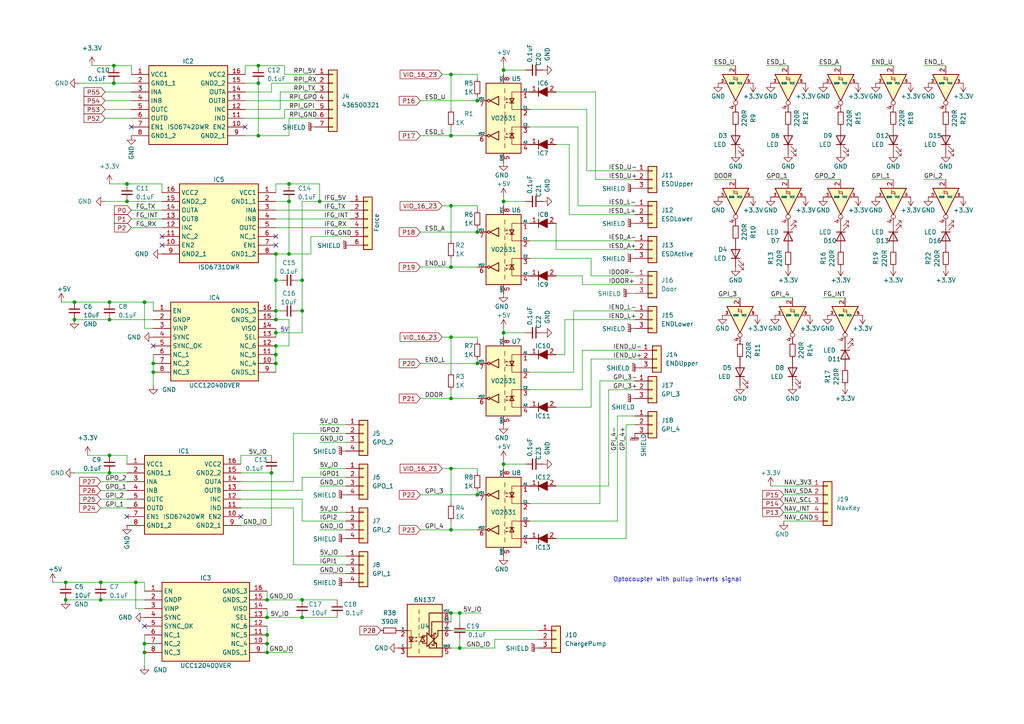
<source format=kicad_sch>
(kicad_sch (version 20230121) (generator eeschema)
  (paper "A4")
  (junction (at 41.91 186.69))
  (junction (at 133.35 187.96))
  (junction (at 133.35 177.8))
  (junction (at 80.01 105.41))
  (junction (at 83.82 53.34))
  (junction (at 29.21 168.91))
  (junction (at 130.81 21.59))
  (junction (at 21.59 87.63))
  (junction (at 80.01 96.52))
  (junction (at 74.93 19.05))
  (junction (at 78.74 137.16))
  (junction (at 19.05 173.99))
  (junction (at 138.43 105.41))
  (junction (at 74.93 39.37))
  (junction (at 39.37 168.91))
  (junction (at 44.45 107.95))
  (junction (at 29.21 173.99))
  (junction (at 80.01 92.71))
  (junction (at 44.45 105.41))
  (junction (at 80.01 100.33))
  (junction (at 41.91 87.63))
  (junction (at 146.05 134.62))
  (junction (at 87.63 81.28))
  (junction (at 83.82 73.66))
  (junction (at 130.81 153.67))
  (junction (at 87.63 173.99))
  (junction (at 146.05 20.32))
  (junction (at 87.63 179.07))
  (junction (at 80.01 81.28))
  (junction (at 33.02 19.05))
  (junction (at 31.75 137.16))
  (junction (at 130.81 135.89))
  (junction (at 138.43 67.31))
  (junction (at 92.71 58.42))
  (junction (at 41.91 189.23))
  (junction (at 146.05 58.42))
  (junction (at 21.59 92.71))
  (junction (at 87.63 90.17))
  (junction (at 130.81 97.79))
  (junction (at 130.81 177.8))
  (junction (at 31.75 132.08))
  (junction (at 130.81 39.37))
  (junction (at 19.05 168.91))
  (junction (at 31.75 92.71))
  (junction (at 146.05 96.52))
  (junction (at 130.81 59.69))
  (junction (at 36.83 58.42))
  (junction (at 80.01 73.66))
  (junction (at 36.83 53.34))
  (junction (at 31.75 87.63))
  (junction (at 130.81 115.57))
  (junction (at 33.02 24.13))
  (junction (at 80.01 102.87))
  (junction (at 77.47 184.15))
  (junction (at 138.43 29.21))
  (junction (at 138.43 143.51))
  (junction (at 77.47 186.69))
  (junction (at 83.82 58.42))
  (junction (at 77.47 179.07))
  (junction (at 130.81 77.47))
  (junction (at 80.01 90.17))
  (junction (at 77.47 173.99))
  (junction (at 77.47 189.23))
  (junction (at 74.93 24.13))
  (no_connect (at 80.01 68.58))
  (no_connect (at 41.91 181.61))
  (no_connect (at 71.12 36.83))
  (no_connect (at 44.45 100.33))
  (no_connect (at 69.85 149.86))
  (no_connect (at 36.83 149.86))
  (no_connect (at 38.1 36.83))
  (no_connect (at 80.01 71.12))
  (no_connect (at 46.99 71.12))
  (no_connect (at 46.99 68.58))
  (wire (pts (xy 46.99 53.34) (xy 36.83 53.34)))
  (wire (pts (xy 22.86 24.13) (xy 33.02 24.13)))
  (wire (pts (xy 130.81 21.59) (xy 130.81 31.75)))
  (wire (pts (xy 78.74 137.16) (xy 78.74 152.4)))
  (wire (pts (xy 30.48 29.21) (xy 38.1 29.21)))
  (wire (pts (xy 130.81 177.8) (xy 133.35 177.8)))
  (wire (pts (xy 39.37 176.53) (xy 41.91 176.53)))
  (wire (pts (xy 83.82 73.66) (xy 90.17 73.66)))
  (wire (pts (xy 227.33 143.51) (xy 234.95 143.51)))
  (wire (pts (xy 168.91 80.01) (xy 161.29 80.01)))
  (wire (pts (xy 133.35 177.8) (xy 133.35 180.34)))
  (wire (pts (xy 173.99 110.49) (xy 173.99 146.05)))
  (wire (pts (xy 31.75 92.71) (xy 44.45 92.71)))
  (wire (pts (xy 80.01 90.17) (xy 81.28 90.17)))
  (wire (pts (xy 81.28 31.75) (xy 81.28 26.67)))
  (wire (pts (xy 172.72 26.67) (xy 172.72 52.07)))
  (wire (pts (xy 36.83 132.08) (xy 36.83 134.62)))
  (wire (pts (xy 121.92 67.31) (xy 138.43 67.31)))
  (wire (pts (xy 130.81 135.89) (xy 130.81 146.05)))
  (wire (pts (xy 165.1 62.23) (xy 184.15 62.23)))
  (wire (pts (xy 77.47 181.61) (xy 77.47 184.15)))
  (wire (pts (xy 227.33 151.13) (xy 234.95 151.13)))
  (wire (pts (xy 130.81 135.89) (xy 138.43 135.89)))
  (wire (pts (xy 46.99 55.88) (xy 46.99 53.34)))
  (wire (pts (xy 80.01 58.42) (xy 83.82 58.42)))
  (wire (pts (xy 81.28 26.67) (xy 91.44 26.67)))
  (wire (pts (xy 92.71 140.97) (xy 100.33 140.97)))
  (wire (pts (xy 171.45 74.93) (xy 153.67 74.93)))
  (wire (pts (xy 17.78 87.63) (xy 21.59 87.63)))
  (wire (pts (xy 90.17 73.66) (xy 90.17 68.58)))
  (wire (pts (xy 87.63 90.17) (xy 87.63 96.52)))
  (wire (pts (xy 87.63 144.78) (xy 87.63 151.13)))
  (wire (pts (xy 77.47 179.07) (xy 87.63 179.07)))
  (wire (pts (xy 92.71 53.34) (xy 92.71 58.42)))
  (wire (pts (xy 207.01 19.05) (xy 213.36 19.05)))
  (wire (pts (xy 121.92 153.67) (xy 130.81 153.67)))
  (wire (pts (xy 44.45 90.17) (xy 44.45 87.63)))
  (wire (pts (xy 179.07 151.13) (xy 179.07 120.65)))
  (wire (pts (xy 80.01 102.87) (xy 80.01 105.41)))
  (wire (pts (xy 168.91 113.03) (xy 153.67 113.03)))
  (wire (pts (xy 146.05 20.32) (xy 146.05 21.59)))
  (wire (pts (xy 130.81 59.69) (xy 130.81 69.85)))
  (wire (pts (xy 92.71 123.19) (xy 100.33 123.19)))
  (wire (pts (xy 80.01 73.66) (xy 80.01 81.28)))
  (wire (pts (xy 78.74 24.13) (xy 91.44 24.13)))
  (wire (pts (xy 176.53 113.03) (xy 176.53 140.97)))
  (wire (pts (xy 130.81 153.67) (xy 138.43 153.67)))
  (wire (pts (xy 128.27 21.59) (xy 130.81 21.59)))
  (wire (pts (xy 74.93 24.13) (xy 74.93 39.37)))
  (wire (pts (xy 146.05 134.62) (xy 152.4 134.62)))
  (wire (pts (xy 130.81 59.69) (xy 138.43 59.69)))
  (wire (pts (xy 71.12 34.29) (xy 82.55 34.29)))
  (wire (pts (xy 30.48 31.75) (xy 38.1 31.75)))
  (wire (pts (xy 36.83 58.42) (xy 30.48 58.42)))
  (wire (pts (xy 44.45 87.63) (xy 41.91 87.63)))
  (wire (pts (xy 167.64 36.83) (xy 153.67 36.83)))
  (wire (pts (xy 90.17 68.58) (xy 101.6 68.58)))
  (wire (pts (xy 77.47 186.69) (xy 77.47 189.23)))
  (wire (pts (xy 168.91 101.6) (xy 168.91 113.03)))
  (wire (pts (xy 85.09 125.73) (xy 100.33 125.73)))
  (wire (pts (xy 31.75 137.16) (xy 36.83 137.16)))
  (wire (pts (xy 29.21 168.91) (xy 19.05 168.91)))
  (wire (pts (xy 184.15 113.03) (xy 176.53 113.03)))
  (wire (pts (xy 77.47 176.53) (xy 77.47 179.07)))
  (wire (pts (xy 130.81 113.03) (xy 130.81 115.57)))
  (wire (pts (xy 138.43 135.89) (xy 138.43 137.16)))
  (wire (pts (xy 168.91 82.55) (xy 168.91 80.01)))
  (wire (pts (xy 130.81 97.79) (xy 138.43 97.79)))
  (wire (pts (xy 130.81 182.88) (xy 156.21 182.88)))
  (wire (pts (xy 39.37 168.91) (xy 39.37 176.53)))
  (wire (pts (xy 121.92 143.51) (xy 138.43 143.51)))
  (wire (pts (xy 71.12 29.21) (xy 91.44 29.21)))
  (wire (pts (xy 146.05 57.15) (xy 146.05 58.42)))
  (wire (pts (xy 83.82 58.42) (xy 83.82 73.66)))
  (wire (pts (xy 77.47 184.15) (xy 77.47 186.69)))
  (wire (pts (xy 128.27 59.69) (xy 130.81 59.69)))
  (wire (pts (xy 133.35 185.42) (xy 133.35 187.96)))
  (wire (pts (xy 138.43 27.94) (xy 138.43 29.21)))
  (wire (pts (xy 31.75 87.63) (xy 21.59 87.63)))
  (wire (pts (xy 146.05 96.52) (xy 146.05 97.79)))
  (wire (pts (xy 168.91 82.55) (xy 184.15 82.55)))
  (wire (pts (xy 153.67 31.75) (xy 170.18 31.75)))
  (wire (pts (xy 267.97 19.05) (xy 274.32 19.05)))
  (wire (pts (xy 29.21 173.99) (xy 41.91 173.99)))
  (wire (pts (xy 86.36 90.17) (xy 87.63 90.17)))
  (wire (pts (xy 121.92 77.47) (xy 130.81 77.47)))
  (wire (pts (xy 133.35 187.96) (xy 143.51 187.96)))
  (wire (pts (xy 237.49 19.05) (xy 243.84 19.05)))
  (wire (pts (xy 69.85 144.78) (xy 87.63 144.78)))
  (wire (pts (xy 71.12 21.59) (xy 71.12 19.05)))
  (wire (pts (xy 26.67 19.05) (xy 33.02 19.05)))
  (wire (pts (xy 41.91 168.91) (xy 39.37 168.91)))
  (wire (pts (xy 130.81 187.96) (xy 133.35 187.96)))
  (wire (pts (xy 29.21 142.24) (xy 36.83 142.24)))
  (wire (pts (xy 46.99 58.42) (xy 36.83 58.42)))
  (wire (pts (xy 146.05 133.35) (xy 146.05 134.62)))
  (wire (pts (xy 71.12 26.67) (xy 78.74 26.67)))
  (wire (pts (xy 83.82 53.34) (xy 92.71 53.34)))
  (wire (pts (xy 92.71 153.67) (xy 100.33 153.67)))
  (wire (pts (xy 138.43 59.69) (xy 138.43 60.96)))
  (wire (pts (xy 168.91 101.6) (xy 185.42 101.6)))
  (wire (pts (xy 208.28 86.36) (xy 214.63 86.36)))
  (wire (pts (xy 80.01 53.34) (xy 83.82 53.34)))
  (wire (pts (xy 170.18 49.53) (xy 170.18 31.75)))
  (wire (pts (xy 146.05 20.32) (xy 152.4 20.32)))
  (wire (pts (xy 146.05 58.42) (xy 146.05 59.69)))
  (wire (pts (xy 161.29 102.87) (xy 163.83 102.87)))
  (wire (pts (xy 161.29 64.77) (xy 161.29 72.39)))
  (wire (pts (xy 92.71 148.59) (xy 100.33 148.59)))
  (wire (pts (xy 82.55 21.59) (xy 91.44 21.59)))
  (wire (pts (xy 161.29 156.21) (xy 181.61 156.21)))
  (wire (pts (xy 87.63 151.13) (xy 100.33 151.13)))
  (wire (pts (xy 83.82 39.37) (xy 74.93 39.37)))
  (wire (pts (xy 153.67 151.13) (xy 179.07 151.13)))
  (wire (pts (xy 130.81 74.93) (xy 130.81 77.47)))
  (wire (pts (xy 236.22 52.07) (xy 243.84 52.07)))
  (wire (pts (xy 252.73 52.07) (xy 259.08 52.07)))
  (wire (pts (xy 130.81 177.8) (xy 130.81 180.34)))
  (wire (pts (xy 38.1 63.5) (xy 46.99 63.5)))
  (wire (pts (xy 85.09 163.83) (xy 100.33 163.83)))
  (wire (pts (xy 143.51 187.96) (xy 143.51 185.42)))
  (wire (pts (xy 153.67 69.85) (xy 184.15 69.85)))
  (wire (pts (xy 41.91 189.23) (xy 41.91 193.04)))
  (wire (pts (xy 80.01 63.5) (xy 101.6 63.5)))
  (wire (pts (xy 77.47 173.99) (xy 87.63 173.99)))
  (wire (pts (xy 31.75 53.34) (xy 36.83 53.34)))
  (wire (pts (xy 146.05 19.05) (xy 146.05 20.32)))
  (wire (pts (xy 87.63 90.17) (xy 87.63 81.28)))
  (wire (pts (xy 82.55 34.29) (xy 82.55 31.75)))
  (wire (pts (xy 128.27 97.79) (xy 130.81 97.79)))
  (wire (pts (xy 92.71 58.42) (xy 101.6 58.42)))
  (wire (pts (xy 146.05 96.52) (xy 152.4 96.52)))
  (wire (pts (xy 163.83 102.87) (xy 163.83 92.71)))
  (wire (pts (xy 138.43 97.79) (xy 138.43 99.06)))
  (wire (pts (xy 33.02 19.05) (xy 38.1 19.05)))
  (wire (pts (xy 138.43 142.24) (xy 138.43 143.51)))
  (wire (pts (xy 87.63 142.24) (xy 87.63 138.43)))
  (wire (pts (xy 21.59 137.16) (xy 31.75 137.16)))
  (wire (pts (xy 121.92 115.57) (xy 130.81 115.57)))
  (wire (pts (xy 82.55 31.75) (xy 91.44 31.75)))
  (wire (pts (xy 138.43 22.86) (xy 138.43 21.59)))
  (wire (pts (xy 29.21 144.78) (xy 36.83 144.78)))
  (wire (pts (xy 222.25 19.05) (xy 228.6 19.05)))
  (wire (pts (xy 77.47 171.45) (xy 77.47 173.99)))
  (wire (pts (xy 83.82 34.29) (xy 91.44 34.29)))
  (wire (pts (xy 80.01 105.41) (xy 80.01 107.95)))
  (wire (pts (xy 92.71 166.37) (xy 100.33 166.37)))
  (wire (pts (xy 86.36 81.28) (xy 87.63 81.28)))
  (wire (pts (xy 38.1 60.96) (xy 46.99 60.96)))
  (wire (pts (xy 171.45 104.14) (xy 185.42 104.14)))
  (wire (pts (xy 121.92 39.37) (xy 130.81 39.37)))
  (wire (pts (xy 92.71 135.89) (xy 100.33 135.89)))
  (wire (pts (xy 130.81 97.79) (xy 130.81 107.95)))
  (wire (pts (xy 146.05 58.42) (xy 152.4 58.42)))
  (wire (pts (xy 30.48 26.67) (xy 38.1 26.67)))
  (wire (pts (xy 252.73 19.05) (xy 259.08 19.05)))
  (wire (pts (xy 69.85 147.32) (xy 85.09 147.32)))
  (wire (pts (xy 15.24 168.91) (xy 19.05 168.91)))
  (wire (pts (xy 80.01 66.04) (xy 101.6 66.04)))
  (wire (pts (xy 173.99 110.49) (xy 184.15 110.49)))
  (wire (pts (xy 41.91 87.63) (xy 41.91 95.25)))
  (wire (pts (xy 85.09 147.32) (xy 85.09 163.83)))
  (wire (pts (xy 222.25 52.07) (xy 228.6 52.07)))
  (wire (pts (xy 166.37 90.17) (xy 184.15 90.17)))
  (wire (pts (xy 83.82 92.71) (xy 80.01 92.71)))
  (wire (pts (xy 227.33 148.59) (xy 234.95 148.59)))
  (wire (pts (xy 29.21 147.32) (xy 36.83 147.32)))
  (wire (pts (xy 83.82 34.29) (xy 83.82 39.37)))
  (wire (pts (xy 77.47 189.23) (xy 85.09 189.23)))
  (wire (pts (xy 87.63 58.42) (xy 87.63 81.28)))
  (wire (pts (xy 171.45 118.11) (xy 161.29 118.11)))
  (wire (pts (xy 238.76 86.36) (xy 245.11 86.36)))
  (wire (pts (xy 184.15 80.01) (xy 171.45 80.01)))
  (wire (pts (xy 87.63 179.07) (xy 97.79 179.07)))
  (wire (pts (xy 69.85 137.16) (xy 78.74 137.16)))
  (wire (pts (xy 74.93 19.05) (xy 82.55 19.05)))
  (wire (pts (xy 184.15 49.53) (xy 170.18 49.53)))
  (wire (pts (xy 33.02 24.13) (xy 38.1 24.13)))
  (wire (pts (xy 87.63 138.43) (xy 100.33 138.43)))
  (wire (pts (xy 87.63 58.42) (xy 92.71 58.42)))
  (wire (pts (xy 80.01 96.52) (xy 87.63 96.52)))
  (wire (pts (xy 78.74 26.67) (xy 78.74 24.13)))
  (wire (pts (xy 227.33 146.05) (xy 234.95 146.05)))
  (wire (pts (xy 167.64 36.83) (xy 167.64 59.69)))
  (wire (pts (xy 130.81 21.59) (xy 138.43 21.59)))
  (wire (pts (xy 38.1 19.05) (xy 38.1 21.59)))
  (wire (pts (xy 121.92 29.21) (xy 138.43 29.21)))
  (wire (pts (xy 146.05 134.62) (xy 146.05 135.89)))
  (wire (pts (xy 165.1 62.23) (xy 165.1 41.91)))
  (wire (pts (xy 80.01 96.52) (xy 80.01 97.79)))
  (wire (pts (xy 39.37 168.91) (xy 29.21 168.91)))
  (wire (pts (xy 181.61 123.19) (xy 181.61 156.21)))
  (wire (pts (xy 172.72 26.67) (xy 161.29 26.67)))
  (wire (pts (xy 80.01 55.88) (xy 80.01 53.34)))
  (wire (pts (xy 41.91 171.45) (xy 41.91 168.91)))
  (wire (pts (xy 267.97 52.07) (xy 274.32 52.07)))
  (wire (pts (xy 223.52 140.97) (xy 234.95 140.97)))
  (wire (pts (xy 44.45 105.41) (xy 44.45 107.95)))
  (wire (pts (xy 80.01 90.17) (xy 80.01 92.71)))
  (wire (pts (xy 130.81 77.47) (xy 138.43 77.47)))
  (wire (pts (xy 179.07 120.65) (xy 184.15 120.65)))
  (wire (pts (xy 153.67 146.05) (xy 173.99 146.05)))
  (wire (pts (xy 71.12 39.37) (xy 74.93 39.37)))
  (wire (pts (xy 80.01 73.66) (xy 83.82 73.66)))
  (wire (pts (xy 69.85 139.7) (xy 85.09 139.7)))
  (wire (pts (xy 71.12 24.13) (xy 74.93 24.13)))
  (wire (pts (xy 171.45 104.14) (xy 171.45 118.11)))
  (wire (pts (xy 71.12 31.75) (xy 81.28 31.75)))
  (wire (pts (xy 143.51 185.42) (xy 156.21 185.42)))
  (wire (pts (xy 166.37 107.95) (xy 153.67 107.95)))
  (wire (pts (xy 41.91 184.15) (xy 41.91 186.69)))
  (wire (pts (xy 184.15 72.39) (xy 161.29 72.39)))
  (wire (pts (xy 87.63 173.99) (xy 97.79 173.99)))
  (wire (pts (xy 207.01 52.07) (xy 213.36 52.07)))
  (wire (pts (xy 29.21 139.7) (xy 36.83 139.7)))
  (wire (pts (xy 44.45 107.95) (xy 44.45 111.76)))
  (wire (pts (xy 80.01 95.25) (xy 80.01 96.52)))
  (wire (pts (xy 71.12 19.05) (xy 74.93 19.05)))
  (wire (pts (xy 138.43 66.04) (xy 138.43 67.31)))
  (wire (pts (xy 163.83 92.71) (xy 184.15 92.71)))
  (wire (pts (xy 146.05 95.25) (xy 146.05 96.52)))
  (wire (pts (xy 171.45 80.01) (xy 171.45 74.93)))
  (wire (pts (xy 82.55 19.05) (xy 82.55 21.59)))
  (wire (pts (xy 130.81 115.57) (xy 138.43 115.57)))
  (wire (pts (xy 80.01 100.33) (xy 83.82 100.33)))
  (wire (pts (xy 130.81 36.83) (xy 130.81 39.37)))
  (wire (pts (xy 25.4 132.08) (xy 31.75 132.08)))
  (wire (pts (xy 166.37 90.17) (xy 166.37 107.95)))
  (wire (pts (xy 31.75 132.08) (xy 36.83 132.08)))
  (wire (pts (xy 80.01 81.28) (xy 81.28 81.28)))
  (wire (pts (xy 167.64 59.69) (xy 184.15 59.69)))
  (wire (pts (xy 184.15 123.19) (xy 181.61 123.19)))
  (wire (pts (xy 21.59 92.71) (xy 31.75 92.71)))
  (wire (pts (xy 85.09 139.7) (xy 85.09 125.73)))
  (wire (pts (xy 19.05 173.99) (xy 29.21 173.99)))
  (wire (pts (xy 44.45 102.87) (xy 44.45 105.41)))
  (wire (pts (xy 161.29 140.97) (xy 176.53 140.97)))
  (wire (pts (xy 69.85 132.08) (xy 78.74 132.08)))
  (wire (pts (xy 69.85 134.62) (xy 69.85 132.08)))
  (wire (pts (xy 41.91 95.25) (xy 44.45 95.25)))
  (wire (pts (xy 121.92 105.41) (xy 138.43 105.41)))
  (wire (pts (xy 80.01 81.28) (xy 80.01 90.17)))
  (wire (pts (xy 92.71 128.27) (xy 100.33 128.27)))
  (wire (pts (xy 223.52 86.36) (xy 229.87 86.36)))
  (wire (pts (xy 30.48 34.29) (xy 38.1 34.29)))
  (wire (pts (xy 80.01 100.33) (xy 80.01 102.87)))
  (wire (pts (xy 133.35 177.8) (xy 139.7 177.8)))
  (wire (pts (xy 69.85 152.4) (xy 78.74 152.4)))
  (wire (pts (xy 92.71 161.29) (xy 100.33 161.29)))
  (wire (pts (xy 130.81 151.13) (xy 130.81 153.67)))
  (wire (pts (xy 128.27 135.89) (xy 130.81 135.89)))
  (wire (pts (xy 80.01 60.96) (xy 101.6 60.96)))
  (wire (pts (xy 41.91 87.63) (xy 31.75 87.63)))
  (wire (pts (xy 38.1 66.04) (xy 46.99 66.04)))
  (wire (pts (xy 69.85 142.24) (xy 87.63 142.24)))
  (wire (pts (xy 130.81 39.37) (xy 138.43 39.37)))
  (wire (pts (xy 138.43 104.14) (xy 138.43 105.41)))
  (wire (pts (xy 165.1 41.91) (xy 161.29 41.91)))
  (wire (pts (xy 41.91 186.69) (xy 41.91 189.23)))
  (wire (pts (xy 184.15 85.09) (xy 182.88 85.09)))
  (wire (pts (xy 184.15 52.07) (xy 172.72 52.07)))
  (wire (pts (xy 83.82 100.33) (xy 83.82 92.71)))
  (text "5V" (at 81.28 96.52 0) (effects (font (size 1.27 1.27)) (justify left bottom)))
  (text "Optocoupler with pullup inverts signal" (at 177.8 168.91 0) (effects (font (size 1.27 1.27)) (justify left bottom)))
  (label "ESD_L" (at 123.19 39.37 0))
  (label "RPI_RX" (at 85.09 24.13 0))
  (label "IFG_TX" (at 93.98 60.96 0))
  (label "GPI_4" (at 123.19 153.67 0))
  (label "GPO_1" (at 30.48 142.24 0))
  (label "RPI_GPO" (at 83.82 29.21 0))
  (label "IEND_L-" (at 176.53 90.17 0))
  (label "NAV_GND" (at 227.33 151.13 0))
  (label "IEND_L+" (at 176.53 92.71 0))
  (label "END_U" (at 252.73 19.05 0))
  (label "NAV_3V3" (at 227.33 140.97 0))
  (label "GND_IO" (at 85.09 189.23 180))
  (label "IGPO2" (at 92.71 125.73 0))
  (label "GPI_1" (at 252.73 52.07 0))
  (label "IESD_A+" (at 176.53 72.39 0))
  (label "IDOOR+" (at 176.53 82.55 0))
  (label "IEND_U-" (at 177.8 101.6 0))
  (label "GPI_3" (at 208.28 86.36 0))
  (label "END_L" (at 267.97 19.05 0))
  (label "END_L" (at 123.19 105.41 0))
  (label "IESD_L-" (at 176.53 59.69 0))
  (label "GPO_1" (at 222.25 52.07 0))
  (label "IGPI2" (at 92.71 151.13 0))
  (label "5V_IO" (at 92.71 161.29 0))
  (label "GPI_3" (at 123.19 143.51 0))
  (label "IDOOR-" (at 176.53 80.01 0))
  (label "5V_IO" (at 92.71 135.89 0))
  (label "NAV_SDA" (at 227.33 143.51 0))
  (label "IFG_INT" (at 93.98 63.5 0))
  (label "ESD_U" (at 123.19 29.21 0))
  (label "ESD_L" (at 222.25 19.05 0))
  (label "ESD_U" (at 207.01 19.05 0))
  (label "GPI_4" (at 223.52 86.36 0))
  (label "FG_TX" (at 39.37 60.96 0))
  (label "IESD_U-" (at 176.53 49.53 0))
  (label "RPI_GND" (at 83.82 34.29 0))
  (label "IFG_5V" (at 93.98 58.42 0))
  (label "IFG_RX" (at 93.98 66.04 0))
  (label "IGPI1" (at 92.71 163.83 0))
  (label "5V_IO" (at 139.7 177.8 180))
  (label "GPI_2" (at 267.97 52.07 0))
  (label "GPO_2" (at 30.48 139.7 0))
  (label "IESD_A-" (at 176.53 69.85 0))
  (label "GND_IO" (at 92.71 128.27 0))
  (label "FG_RX" (at 39.37 66.04 0))
  (label "GPI_3+" (at 177.8 113.03 0))
  (label "DOOR" (at 123.19 115.57 0))
  (label "5V_IO" (at 92.71 123.19 0))
  (label "NAV_INT" (at 227.33 148.59 0))
  (label "FG_INT" (at 238.76 86.36 0))
  (label "RPI_TX" (at 85.09 26.67 0))
  (label "GND_IO" (at 92.71 140.97 0))
  (label "5V_IO" (at 77.47 132.08 180))
  (label "IGPO1" (at 92.71 138.43 0))
  (label "NAV_SCL" (at 227.33 146.05 0))
  (label "GND_IO" (at 77.47 152.4 180))
  (label "GPI_3-" (at 177.8 110.49 0))
  (label "GPI_2" (at 30.48 144.78 0))
  (label "GPI_4-" (at 179.07 130.81 90))
  (label "IFG_GND" (at 93.98 68.58 0))
  (label "IESD_L+" (at 176.53 62.23 0))
  (label "DOOR" (at 207.01 52.07 0))
  (label "END_U" (at 123.19 77.47 0))
  (label "ESD_A" (at 237.49 19.05 0))
  (label "GND_IO" (at 92.71 166.37 0))
  (label "GND_IO" (at 92.71 153.67 0))
  (label "IEND_U+" (at 177.8 104.14 0))
  (label "5V_IO" (at 83.82 179.07 180))
  (label "GPO_2" (at 236.22 52.07 0))
  (label "GND_IO" (at 85.09 173.99 180))
  (label "GPI_4+" (at 181.61 130.81 90))
  (label "GPI_1" (at 30.48 147.32 0))
  (label "5V_IO" (at 92.71 148.59 0))
  (label "RPI_5V" (at 85.09 21.59 0))
  (label "RPI_GPI" (at 83.82 31.75 0))
  (label "IESD_U+" (at 176.53 52.07 0))
  (label "GND_IO" (at 142.24 187.96 180))
  (label "ESD_A" (at 123.19 67.31 0))
  (label "FG_INT" (at 39.37 63.5 0))
  (global_label "P1" (shape input) (at 38.1 63.5 180) (property "Intersheetrefs" "${INTERSHEET_REFS}" (effects hide)))
  (global_label "P16" (shape input) (at 121.92 29.21 180) (property "Intersheetrefs" "${INTERSHEET_REFS}" (effects hide)))
  (global_label "VIO_16_23" (shape input) (at 128.27 21.59 180) (property "Intersheetrefs" "${INTERSHEET_REFS}" (effects hide)))
  (global_label "P2" (shape input) (at 38.1 66.04 180) (property "Intersheetrefs" "${INTERSHEET_REFS}" (effects hide)))
  (global_label "P27" (shape input) (at 29.21 139.7 180) (property "Intersheetrefs" "${INTERSHEET_REFS}" (effects hide)))
  (global_label "P52" (shape input) (at 30.48 34.29 180) (property "Intersheetrefs" "${INTERSHEET_REFS}" (effects hide)))
  (global_label "P19" (shape input) (at 121.92 77.47 180) (property "Intersheetrefs" "${INTERSHEET_REFS}" (effects hide)))
  (global_label "P21" (shape input) (at 121.92 115.57 180) (property "Intersheetrefs" "${INTERSHEET_REFS}" (effects hide)))
  (global_label "P25" (shape input) (at 29.21 144.78 180) (property "Intersheetrefs" "${INTERSHEET_REFS}" (effects hide)))
  (global_label "P22" (shape input) (at 121.92 143.51 180) (property "Intersheetrefs" "${INTERSHEET_REFS}" (effects hide)))
  (global_label "P14" (shape input) (at 227.33 146.05 180) (property "Intersheetrefs" "${INTERSHEET_REFS}" (effects hide)))
  (global_label "P13" (shape input) (at 227.33 148.59 180) (property "Intersheetrefs" "${INTERSHEET_REFS}" (effects hide)))
  (global_label "P54" (shape input) (at 30.48 29.21 180) (property "Intersheetrefs" "${INTERSHEET_REFS}" (effects hide)))
  (global_label "P18" (shape input) (at 121.92 67.31 180) (property "Intersheetrefs" "${INTERSHEET_REFS}" (effects hide)))
  (global_label "P20" (shape input) (at 121.92 105.41 180) (property "Intersheetrefs" "${INTERSHEET_REFS}" (effects hide)))
  (global_label "VIO_16_23" (shape input) (at 128.27 135.89 180) (property "Intersheetrefs" "${INTERSHEET_REFS}" (effects hide)))
  (global_label "P15" (shape input) (at 227.33 143.51 180) (property "Intersheetrefs" "${INTERSHEET_REFS}" (effects hide)))
  (global_label "VIO_16_23" (shape input) (at 128.27 59.69 180) (property "Intersheetrefs" "${INTERSHEET_REFS}" (effects hide)))
  (global_label "P55" (shape input) (at 30.48 26.67 180) (property "Intersheetrefs" "${INTERSHEET_REFS}" (effects hide)))
  (global_label "P24" (shape input) (at 29.21 147.32 180) (property "Intersheetrefs" "${INTERSHEET_REFS}" (effects hide)))
  (global_label "P53" (shape input) (at 30.48 31.75 180) (property "Intersheetrefs" "${INTERSHEET_REFS}" (effects hide)))
  (global_label "P28" (shape input) (at 110.49 182.88 180) (property "Intersheetrefs" "${INTERSHEET_REFS}" (effects hide)))
  (global_label "P0" (shape input) (at 38.1 60.96 180) (property "Intersheetrefs" "${INTERSHEET_REFS}" (effects hide)))
  (global_label "P17" (shape input) (at 121.92 39.37 180) (property "Intersheetrefs" "${INTERSHEET_REFS}" (effects hide)))
  (global_label "VIO_16_23" (shape input) (at 128.27 97.79 180) (property "Intersheetrefs" "${INTERSHEET_REFS}" (effects hide)))
  (global_label "P23" (shape input) (at 121.92 153.67 180) (property "Intersheetrefs" "${INTERSHEET_REFS}" (effects hide)))
  (global_label "P26" (shape input) (at 29.21 142.24 180) (property "Intersheetrefs" "${INTERSHEET_REFS}" (effects hide)))
  (symbol (lib_id "Device:LED") (at 259.08 68.58 90) (mirror x) (unit 1)
    (property "Reference" "D13" (at 254 69.85 90) (effects (justify right)))
    (property "Value" "LED" (at 252.73 67.31 90) (effects (justify right)))
    (property "Footprint" "LED_SMD:LED_0603_1608Metric" (effects hide))
    (property "Description" "Green SMD Led" (effects hide))
    (property "MANUFACTURER" "Lite-On Inc." (effects hide))
    (property "Manufacturer_Part_Number" "LTST-C190KGKT" (effects hide))
    (property "DIGIKEY" "160-1435-1-ND" (effects hide))
    (property "LCSC" "C193901" (effects hide))
    (property "manufacturer_1" "Foshan NationStar Optoelectronics" (effects hide))
    (property "manufacturer_part_number_1" "NCD0603C2" (effects hide))
    (property "Qty Bought" "80 - lcsc" (effects hide))
  )
  (symbol (lib_id "power:+3.3V") (at 218.44 24.13 180) (unit 1)
    (property "Reference" "#PWR0159" (effects hide))
    (property "Value" "+3.3V" (at 218.44 27.94 0))
  )
  (symbol (lib_id "power:GND") (at 214.63 111.76 0) (unit 1)
    (property "Reference" "#PWR0152" (effects hide))
    (property "Value" "GND" (at 214.63 115.57 0))
  )
  (symbol (lib_id "Device:C_Small") (at 29.21 171.45 0) (unit 1)
    (property "Reference" "C7" (at 31.75 170.1862 0) (effects (justify left)))
    (property "Value" "0.1uF" (at 31.75 172.7262 0) (effects (justify left)))
    (property "Footprint" "Capacitor_SMD:C_0603_1608Metric" (effects hide))
    (property "Description" "0.1uF 6V SMD" (effects hide))
    (property "MANUFACTURER" "Samsung Electro-Mechanics" (effects hide))
    (property "Manufacturer_Part_Number" "CL05A104KA5NNNC" (effects hide))
    (property "DIGIKEY" "1276-1043-1-ND" (effects hide))
    (property "LCSC" "C14663" (effects hide))
    (property "manufacturer_1" "YAGEO" (effects hide))
    (property "manufacturer_part_number_1" "CC0603KRX7R9BB104" (effects hide))
    (property "Qty Bought" "100 - lcsc" (effects hide))
  )
  (symbol (lib_id "74xGxx:SN74LVC1G14DBV") (at 259.08 57.15 270) (unit 1)
    (property "Reference" "U19" (effects hide))
    (property "Value" "SN74LVC1G14DBV" (effects hide))
    (property "Footprint" "Package_TO_SOT_SMD:SOT-23-5" (effects hide))
    (property "Datasheet" "http://www.ti.com/lit/ds/symlink/sn74lvc1g14.pdf" (effects hide))
    (property "Description" "IC INVERTER 1CH 1-INP SOT23-5" (effects hide))
    (property "MANUFACTURER" "Texas Instruments" (effects hide))
    (property "Manufacturer_Part_Number" "SN74LVC1G14DBVT" (effects hide))
    (property "LCSC" "C5250998" (effects hide))
    (property "manufacturer_1" "TWGMC" (effects hide))
    (property "manufacturer_part_number_1" "SN74LVC1G14DBVR" (effects hide))
    (property "Qty Bought" "100 lcsc" (effects hide))
  )
  (symbol (lib_id "Device:R_Small") (at 228.6 74.93 180) (unit 1)
    (property "Reference" "R13" (at 223.52 74.93 90))
    (property "Value" "220R" (at 226.06 74.93 90))
    (property "Footprint" "Resistor_SMD:R_0603_1608Metric" (effects hide))
    (property "LCSC" "C22962" (effects hide))
    (property "manufacturer_1" "UNI-ROYAL(Uniroyal Elec)" (effects hide))
    (property "manufacturer_part_number_1" "0603WAF2200T5E" (effects hide))
    (property "Qty Bought" "200 - lcsc" (effects hide))
  )
  (symbol (lib_id "Device:LED") (at 229.87 107.95 90) (unit 1)
    (property "Reference" "D8" (at 224.79 106.68 90) (effects (justify right)))
    (property "Value" "LED" (at 223.52 109.22 90) (effects (justify right)))
    (property "Footprint" "LED_SMD:LED_0603_1608Metric" (effects hide))
    (property "Description" "Green SMD Led" (effects hide))
    (property "MANUFACTURER" "Lite-On Inc." (effects hide))
    (property "Manufacturer_Part_Number" "LTST-C190KGKT" (effects hide))
    (property "DIGIKEY" "160-1435-1-ND" (effects hide))
    (property "LCSC" "C193901" (effects hide))
    (property "manufacturer_1" "Foshan NationStar Optoelectronics" (effects hide))
    (property "manufacturer_part_number_1" "NCD0603C2" (effects hide))
    (property "Qty Bought" "80 - lcsc" (effects hide))
  )
  (symbol (lib_id "Isolator:VO2631") (at 146.05 72.39 0) (mirror y) (unit 1)
    (property "Reference" "U6" (at 151.13 60.96 0) (effects (justify left)))
    (property "Value" "VO2631" (at 149.86 72.39 0) (effects (justify left)))
    (property "Footprint" "Package_DIP:DIP-8_W7.62mm" (effects hide))
    (property "Datasheet" "https://www.vishay.com/doc?84732" (effects hide))
    (property "Description" "OPTOISO 5.3KV 2CH OPN DRAIN 8DIP" (effects hide))
    (property "MANUFACTURER" "Vishay Semiconductor Opto Division" (effects hide))
    (property "Manufacturer_Part_Number" "VO2631" (effects hide))
    (property "LCSC" "C511606" (effects hide))
    (property "manufacturer_1" "Vishay Intertech" (effects hide))
    (property "manufacturer_part_number_1" "VO2631" (effects hide))
    (property "Qty Bought" "12 - lcsc" (effects hide))
  )
  (symbol (lib_id "Connector_Generic:Conn_01x03") (at 189.23 72.39 0) (unit 1)
    (property "Reference" "J13" (at 191.77 71.1199 0) (effects (justify left)))
    (property "Value" "ESDActive" (at 191.77 73.6599 0) (effects (justify left)))
    (property "Footprint" "Connector_Molex:Molex_Micro-Fit_3.0_43650-0321_1x03_P3.00mm_Vertical" (effects hide))
    (property "Datasheet" "https://www.molex.com/pdm_docs/ps/PS-43650.pdf" (effects hide))
    (property "Description" "CONN HEADER SMD 3POS 3MM" (effects hide))
    (property "MANUFACTURER" "Molex" (effects hide))
    (property "Manufacturer_Part_Number" "0436500321" (effects hide))
    (property "DIGIKEY" "WM14311CT-ND" (effects hide))
    (property "LCSC" "C277374" (effects hide))
    (property "manufacturer_1" "MOLEX" (effects hide))
    (property "manufacturer_part_number_1" "436500321" (effects hide))
  )
  (symbol (lib_id "74xGxx:SN74LVC1G14DBV") (at 229.87 91.44 270) (unit 1)
    (property "Reference" "U14" (effects hide))
    (property "Value" "SN74LVC1G14DBV" (effects hide))
    (property "Footprint" "Package_TO_SOT_SMD:SOT-23-5" (effects hide))
    (property "Datasheet" "http://www.ti.com/lit/ds/symlink/sn74lvc1g14.pdf" (effects hide))
    (property "Description" "IC INVERTER 1CH 1-INP SOT23-5" (effects hide))
    (property "MANUFACTURER" "Texas Instruments" (effects hide))
    (property "Manufacturer_Part_Number" "SN74LVC1G14DBVT" (effects hide))
    (property "LCSC" "C5250998" (effects hide))
    (property "manufacturer_1" "TWGMC" (effects hide))
    (property "manufacturer_part_number_1" "SN74LVC1G14DBVR" (effects hide))
    (property "Qty Bought" "100 lcsc" (effects hide))
  )
  (symbol (lib_id "Tensile_Board:SHIELD") (at 185.42 106.68 270) (unit 1)
    (property "Reference" "#PWR0165" (effects hide))
    (property "Value" "SHIELD" (at 182.6768 106.807 90) (effects (justify right)))
  )
  (symbol (lib_id "UCC12040DVER:UCC12040DVER") (at 44.45 90.17 0) (unit 1)
    (property "Reference" "IC4" (at 62.23 86.36 0))
    (property "Value" "UCC12040DVER" (at 62.23 111.76 0))
    (property "Footprint" "UCC12040DVER:SOIC127P1030X265-16N" (effects hide))
    (property "Datasheet" "https://www.ti.com/general/docs/suppproductinfo.tsp?distId=26&gotoUrl=https://www.ti.com/lit/gpn/ucc12040" (effects hide))
    (property "Height" "2.65" (effects hide))
    (property "Manufacturer_Part_Number" "UCC12040DVER" (effects hide))
    (property "Description" "Isolated DC/DC Converters - SMD 500 mW, high efficiency 3 kVrms isolated DC-DC converter 16-SO-MOD -40 to 125" (effects hide))
    (property "MANUFACTURER" "Texas Instruments" (effects hide))
    (property "DIGIKEY" "296-UCC12040DVERCT-ND" (effects hide))
    (property "LCSC" "C507279" (effects hide))
    (property "manufacturer_1" "Texas Instruments" (effects hide))
    (property "manufacturer_part_number_1" "UCC12040DVE" (effects hide))
    (property "Qty Bought" "3 digikey" (effects hide))
  )
  (symbol (lib_id "74xGxx:SN74LVC1G14DBV") (at 243.84 57.15 270) (unit 1)
    (property "Reference" "U16" (effects hide))
    (property "Value" "SN74LVC1G14DBV" (effects hide))
    (property "Footprint" "Package_TO_SOT_SMD:SOT-23-5" (effects hide))
    (property "Datasheet" "http://www.ti.com/lit/ds/symlink/sn74lvc1g14.pdf" (effects hide))
    (property "Description" "IC INVERTER 1CH 1-INP SOT23-5" (effects hide))
    (property "MANUFACTURER" "Texas Instruments" (effects hide))
    (property "Manufacturer_Part_Number" "SN74LVC1G14DBVT" (effects hide))
    (property "LCSC" "C5250998" (effects hide))
    (property "manufacturer_1" "TWGMC" (effects hide))
    (property "manufacturer_part_number_1" "SN74LVC1G14DBVR" (effects hide))
    (property "Qty Bought" "100 lcsc" (effects hide))
  )
  (symbol (lib_id "Connector_Generic:Conn_01x07") (at 96.52 29.21 0) (unit 1)
    (property "Reference" "J4" (at 99.06 27.9399 0) (effects (justify left)))
    (property "Value" "436500321" (at 99.06 30.4799 0) (effects (justify left)))
    (property "Footprint" "Connector_Molex:Molex_Micro-Fit_3.0_43045-0618_2x03-1MP_P3.00mm_Vertical" (effects hide))
    (property "Datasheet" "https://tools.molex.com/pdm_docs/ps/PS-43045.pdf" (effects hide))
    (property "Description" "CONN HEADER SMD 6POS 3MM" (effects hide))
    (property "MANUFACTURER" "Molex" (effects hide))
    (property "Manufacturer_Part_Number" "0430450618" (effects hide))
    (property "DIGIKEY" "WM1803CT-ND" (effects hide))
    (property "LCSC" "C240837" (effects hide))
    (property "manufacturer_1" "MOLEX" (effects hide))
    (property "manufacturer_part_number_1" "430450618" (effects hide))
    (property "Qty Bought" "4 - lcsc" (effects hide))
    (property "Receptical" "0430250600" (effects hide))
  )
  (symbol (lib_id "power:+3.3V") (at 248.92 24.13 180) (unit 1)
    (property "Reference" "#PWR0169" (effects hide))
    (property "Value" "+3.3V" (at 248.92 27.94 0))
  )
  (symbol (lib_id "Connector_Generic:Conn_01x03") (at 190.5 104.14 0) (unit 1)
    (property "Reference" "J14" (at 193.04 102.8699 0) (effects (justify left)))
    (property "Value" "ENDUpper" (at 193.04 105.4099 0) (effects (justify left)))
    (property "Footprint" "Connector_Molex:Molex_Micro-Fit_3.0_43650-0321_1x03_P3.00mm_Vertical" (effects hide))
    (property "Datasheet" "https://www.molex.com/pdm_docs/ps/PS-43650.pdf" (effects hide))
    (property "Description" "CONN HEADER SMD 3POS 3MM" (effects hide))
    (property "MANUFACTURER" "Molex" (effects hide))
    (property "Manufacturer_Part_Number" "0436500321" (effects hide))
    (property "DIGIKEY" "WM14311CT-ND" (effects hide))
    (property "LCSC" "C277374" (effects hide))
    (property "manufacturer_1" "MOLEX" (effects hide))
    (property "manufacturer_part_number_1" "436500321" (effects hide))
  )
  (symbol (lib_id "power:+5V") (at 146.05 19.05 0) (unit 1)
    (property "Reference" "#PWR0131" (effects hide))
    (property "Value" "+5V" (at 146.05 15.24 0))
  )
  (symbol (lib_id "Isolator:VO2631") (at 146.05 148.59 0) (mirror y) (unit 1)
    (property "Reference" "U8" (at 151.13 137.16 0) (effects (justify left)))
    (property "Value" "VO2631" (at 149.86 148.59 0) (effects (justify left)))
    (property "Footprint" "Package_DIP:DIP-8_W7.62mm" (effects hide))
    (property "Datasheet" "https://www.vishay.com/doc?84732" (effects hide))
    (property "Description" "OPTOISO 5.3KV 2CH OPN DRAIN 8DIP" (effects hide))
    (property "MANUFACTURER" "Vishay Semiconductor Opto Division" (effects hide))
    (property "Manufacturer_Part_Number" "VO2631" (effects hide))
    (property "LCSC" "C511606" (effects hide))
    (property "manufacturer_1" "Vishay Intertech" (effects hide))
    (property "manufacturer_part_number_1" "VO2631" (effects hide))
    (property "Qty Bought" "12 - lcsc" (effects hide))
  )
  (symbol (lib_id "Device:C_Small") (at 83.82 81.28 90) (unit 1)
    (property "Reference" "C15" (at 83.82 76.2 90))
    (property "Value" "0.1uF" (at 83.82 78.74 90))
    (property "Footprint" "Capacitor_SMD:C_0603_1608Metric" (effects hide))
    (property "Description" "0.1uF 6V SMD" (effects hide))
    (property "MANUFACTURER" "Samsung Electro-Mechanics" (effects hide))
    (property "Manufacturer_Part_Number" "CL05A104KA5NNNC" (effects hide))
    (property "DIGIKEY" "1276-1043-1-ND" (effects hide))
    (property "LCSC" "C14663" (effects hide))
    (property "manufacturer_1" "YAGEO" (effects hide))
    (property "manufacturer_part_number_1" "CC0603KRX7R9BB104" (effects hide))
    (property "Qty Bought" "100 - lcsc" (effects hide))
  )
  (symbol (lib_id "power:GND") (at 238.76 24.13 0) (unit 1)
    (property "Reference" "#PWR0168" (effects hide))
    (property "Value" "GND" (at 238.76 27.94 0))
  )
  (symbol (lib_id "power:GND") (at 223.52 24.13 0) (unit 1)
    (property "Reference" "#PWR0172" (effects hide))
    (property "Value" "GND" (at 223.52 27.94 0))
  )
  (symbol (lib_id "74xGxx:SN74LVC1G14DBV") (at 214.63 91.44 270) (unit 1)
    (property "Reference" "U11" (effects hide))
    (property "Value" "SN74LVC1G14DBV" (effects hide))
    (property "Footprint" "Package_TO_SOT_SMD:SOT-23-5" (effects hide))
    (property "Datasheet" "http://www.ti.com/lit/ds/symlink/sn74lvc1g14.pdf" (effects hide))
    (property "Description" "IC INVERTER 1CH 1-INP SOT23-5" (effects hide))
    (property "MANUFACTURER" "Texas Instruments" (effects hide))
    (property "Manufacturer_Part_Number" "SN74LVC1G14DBVT" (effects hide))
    (property "LCSC" "C5250998" (effects hide))
    (property "manufacturer_1" "TWGMC" (effects hide))
    (property "manufacturer_part_number_1" "SN74LVC1G14DBVR" (effects hide))
    (property "Qty Bought" "100 lcsc" (effects hide))
  )
  (symbol (lib_id "Tensile_Board:SHIELD") (at 184.15 115.57 270) (unit 1)
    (property "Reference" "#PWR0154" (effects hide))
    (property "Value" "SHIELD" (at 184.15 118.11 90) (effects (justify right)))
  )
  (symbol (lib_name "NSI50010YT1G_1") (lib_id "NSI50010YT1G:NSI50010YT1G") (at 151.13 102.87 0) (unit 1)
    (property "Reference" "IC10" (at 157.48 100.33 0))
    (property "Value" "NSI50010YT1G" (effects hide))
    (property "Footprint" "NSI50010YT1G:SOD3716X135N" (effects hide))
    (property "Datasheet" "https://www.mouser.ca/datasheet/2/308/1/NSI50010Y_D-2318101.pdf" (effects hide))
    (property "Height" "1.35" (effects hide))
    (property "Manufacturer_Part_Number" "NSI50010YT1G" (effects hide))
    (property "Description" "LED Lighting Drivers 50 V 10 mA +/- 30% 460 mW package" (effects hide))
    (property "MANUFACTURER" "onsemi" (effects hide))
    (property "DIGIKEY" "NSI50010YT1G" (effects hide))
    (property "LCSC" "C150049" (effects hide))
    (property "manufacturer_1" "onsemi" (effects hide))
    (property "manufacturer_part_number_1" "NSI50010YT1G" (effects hide))
    (property "Qty Bought" "35 - lcsc" (effects hide))
  )
  (symbol (lib_id "power:+3.3V") (at 233.68 57.15 180) (unit 1)
    (property "Reference" "#PWR0188" (effects hide))
    (property "Value" "+3.3V" (at 233.68 60.96 0))
  )
  (symbol (lib_id "74xGxx:SN74LVC1G14DBV") (at 243.84 24.13 270) (unit 1)
    (property "Reference" "U15" (effects hide))
    (property "Value" "SN74LVC1G14DBV" (effects hide))
    (property "Footprint" "Package_TO_SOT_SMD:SOT-23-5" (effects hide))
    (property "Datasheet" "http://www.ti.com/lit/ds/symlink/sn74lvc1g14.pdf" (effects hide))
    (property "Description" "IC INVERTER 1CH 1-INP SOT23-5" (effects hide))
    (property "MANUFACTURER" "Texas Instruments" (effects hide))
    (property "Manufacturer_Part_Number" "SN74LVC1G14DBVT" (effects hide))
    (property "LCSC" "C5250998" (effects hide))
    (property "manufacturer_1" "TWGMC" (effects hide))
    (property "manufacturer_part_number_1" "SN74LVC1G14DBVR" (effects hide))
    (property "Qty Bought" "100 lcsc" (effects hide))
  )
  (symbol (lib_id "power:GND") (at 115.57 187.96 270) (unit 1)
    (property "Reference" "#PWR0244" (effects hide))
    (property "Value" "GND" (at 108.585 187.96 90) (effects (justify left)))
  )
  (symbol (lib_id "74xGxx:SN74LVC1G14DBV") (at 274.32 57.15 270) (unit 1)
    (property "Reference" "U22" (effects hide))
    (property "Value" "SN74LVC1G14DBV" (effects hide))
    (property "Footprint" "Package_TO_SOT_SMD:SOT-23-5" (effects hide))
    (property "Datasheet" "http://www.ti.com/lit/ds/symlink/sn74lvc1g14.pdf" (effects hide))
    (property "Description" "IC INVERTER 1CH 1-INP SOT23-5" (effects hide))
    (property "MANUFACTURER" "Texas Instruments" (effects hide))
    (property "Manufacturer_Part_Number" "SN74LVC1G14DBVT" (effects hide))
    (property "LCSC" "C5250998" (effects hide))
    (property "manufacturer_1" "TWGMC" (effects hide))
    (property "manufacturer_part_number_1" "SN74LVC1G14DBVR" (effects hide))
    (property "Qty Bought" "100 lcsc" (effects hide))
  )
  (symbol (lib_id "power:+5V") (at 15.24 168.91 0) (unit 1)
    (property "Reference" "#PWR0143" (effects hide))
    (property "Value" "+5V" (at 13.97 165.1 0) (effects (justify left)))
  )
  (symbol (lib_id "power:GND") (at 269.24 24.13 0) (unit 1)
    (property "Reference" "#PWR0166" (effects hide))
    (property "Value" "GND" (at 269.24 27.94 0))
  )
  (symbol (lib_id "Connector_Generic:Conn_01x03") (at 189.23 123.19 0) (unit 1)
    (property "Reference" "J18" (at 191.77 121.9199 0) (effects (justify left)))
    (property "Value" "GPI_4" (at 191.77 124.4599 0) (effects (justify left)))
    (property "Footprint" "Connector_Molex:Molex_Micro-Fit_3.0_43650-0321_1x03_P3.00mm_Vertical" (effects hide))
    (property "Datasheet" "https://www.molex.com/pdm_docs/ps/PS-43650.pdf" (effects hide))
    (property "Description" "CONN HEADER SMD 3POS 3MM" (effects hide))
    (property "MANUFACTURER" "Molex" (effects hide))
    (property "Manufacturer_Part_Number" "0436500321" (effects hide))
    (property "DIGIKEY" "WM14311CT-ND" (effects hide))
    (property "LCSC" "C277374" (effects hide))
    (property "manufacturer_1" "MOLEX" (effects hide))
    (property "manufacturer_part_number_1" "436500321" (effects hide))
  )
  (symbol (lib_name "NSI50010YT1G_1") (lib_id "NSI50010YT1G:NSI50010YT1G") (at 151.13 41.91 0) (unit 1)
    (property "Reference" "IC7" (at 157.48 44.45 0))
    (property "Value" "NSI50010YT1G" (effects hide))
    (property "Footprint" "NSI50010YT1G:SOD3716X135N" (effects hide))
    (property "Datasheet" "https://www.mouser.ca/datasheet/2/308/1/NSI50010Y_D-2318101.pdf" (effects hide))
    (property "Height" "1.35" (effects hide))
    (property "Manufacturer_Part_Number" "NSI50010YT1G" (effects hide))
    (property "Description" "LED Lighting Drivers 50 V 10 mA +/- 30% 460 mW package" (effects hide))
    (property "MANUFACTURER" "onsemi" (effects hide))
    (property "DIGIKEY" "NSI50010YT1G" (effects hide))
    (property "LCSC" "C150049" (effects hide))
    (property "manufacturer_1" "onsemi" (effects hide))
    (property "manufacturer_part_number_1" "NSI50010YT1G" (effects hide))
    (property "Qty Bought" "35 - lcsc" (effects hide))
  )
  (symbol (lib_id "Connector_Generic:Conn_01x03") (at 189.23 62.23 0) (unit 1)
    (property "Reference" "J12" (at 191.77 60.9599 0) (effects (justify left)))
    (property "Value" "ESDLower" (at 191.77 63.4999 0) (effects (justify left)))
    (property "Footprint" "Connector_Molex:Molex_Micro-Fit_3.0_43650-0321_1x03_P3.00mm_Vertical" (effects hide))
    (property "Datasheet" "https://www.molex.com/pdm_docs/ps/PS-43650.pdf" (effects hide))
    (property "Description" "CONN HEADER SMD 3POS 3MM" (effects hide))
    (property "MANUFACTURER" "Molex" (effects hide))
    (property "Manufacturer_Part_Number" "0436500321" (effects hide))
    (property "DIGIKEY" "WM14311CT-ND" (effects hide))
    (property "LCSC" "C277374" (effects hide))
    (property "manufacturer_1" "MOLEX" (effects hide))
    (property "manufacturer_part_number_1" "436500321" (effects hide))
  )
  (symbol (lib_name "NSI50010YT1G_1") (lib_id "NSI50010YT1G:NSI50010YT1G") (at 151.13 156.21 0) (unit 1)
    (property "Reference" "IC13" (at 157.48 158.75 0))
    (property "Value" "NSI50010YT1G" (effects hide))
    (property "Footprint" "NSI50010YT1G:SOD3716X135N" (effects hide))
    (property "Datasheet" "https://www.mouser.ca/datasheet/2/308/1/NSI50010Y_D-2318101.pdf" (effects hide))
    (property "Height" "1.35" (effects hide))
    (property "Manufacturer_Part_Number" "NSI50010YT1G" (effects hide))
    (property "Description" "LED Lighting Drivers 50 V 10 mA +/- 30% 460 mW package" (effects hide))
    (property "MANUFACTURER" "onsemi" (effects hide))
    (property "DIGIKEY" "NSI50010YT1G" (effects hide))
    (property "LCSC" "C150049" (effects hide))
    (property "manufacturer_1" "onsemi" (effects hide))
    (property "manufacturer_part_number_1" "NSI50010YT1G" (effects hide))
    (property "Qty Bought" "35 - lcsc" (effects hide))
  )
  (symbol (lib_id "Tensile_Board:SHIELD") (at 184.15 74.93 270) (unit 1)
    (property "Reference" "#PWR0164" (effects hide))
    (property "Value" "SHIELD" (at 181.4068 75.057 90) (effects (justify right)))
  )
  (symbol (lib_id "Connector_Generic:Conn_01x04") (at 105.41 151.13 0) (unit 1)
    (property "Reference" "J7" (at 107.95 151.1299 0) (effects (justify left)))
    (property "Value" "GPI_2" (at 107.95 153.6699 0) (effects (justify left)))
    (property "Footprint" "Connector_Molex:Molex_Micro-Fit_3.0_43045-0415_2x02_P3.00mm_Vertical" (effects hide))
    (property "Datasheet" "https://www.molex.com/pdm_docs/sd/430450415_sd.pdf" (effects hide))
    (property "Description" "CONN HEADER SMD 4POS 3MM" (effects hide))
    (property "MANUFACTURER" "Molex" (effects hide))
    (property "Manufacturer_Part_Number" "0430450415" (effects hide))
    (property "DIGIKEY" "WM3251CT-ND" (effects hide))
    (property "LCSC" "C585462" (effects hide))
    (property "manufacturer_1" "MOLEX" (effects hide))
    (property "manufacturer_part_number_1" "430450415" (effects hide))
  )
  (symbol (lib_id "Device:R_Small") (at 130.81 72.39 0) (unit 1)
    (property "Reference" "R2" (at 132.08 71.12 0) (effects (justify left)))
    (property "Value" "1K" (at 132.08 73.66 0) (effects (justify left)))
    (property "Footprint" "Resistor_SMD:R_0603_1608Metric" (effects hide))
    (property "LCSC" "C21190" (effects hide))
    (property "manufacturer_1" "UNI-ROYAL(Uniroyal Elec)" (effects hide))
    (property "manufacturer_part_number_1" "0603WAF1001T5E" (effects hide))
    (property "Qty Bought" "100 - lcsc" (effects hide))
  )
  (symbol (lib_id "power:+5V") (at 17.78 87.63 0) (unit 1)
    (property "Reference" "#PWR0126" (effects hide))
    (property "Value" "+5V" (at 16.51 83.82 0) (effects (justify left)))
  )
  (symbol (lib_id "Device:R_Small") (at 138.43 25.4 0) (unit 1)
    (property "Reference" "R5" (at 134.62 24.13 0) (effects (justify left)))
    (property "Value" "1K" (at 134.62 26.67 0) (effects (justify left)))
    (property "Footprint" "Resistor_SMD:R_0603_1608Metric" (effects hide))
    (property "LCSC" "C21190" (effects hide))
    (property "manufacturer_1" "UNI-ROYAL(Uniroyal Elec)" (effects hide))
    (property "manufacturer_part_number_1" "0603WAF1001T5E" (effects hide))
    (property "Qty Bought" "100 - lcsc" (effects hide))
  )
  (symbol (lib_id "power:+3.3V") (at 264.16 57.15 180) (unit 1)
    (property "Reference" "#PWR0196" (effects hide))
    (property "Value" "+3.3V" (at 264.16 60.96 0))
  )
  (symbol (lib_id "power:+3.3V") (at 259.08 77.47 180) (unit 1)
    (property "Reference" "#PWR0180" (effects hide))
    (property "Value" "+3.3V" (at 259.08 81.28 0))
  )
  (symbol (lib_id "Device:R_Small") (at 259.08 34.29 0) (unit 1)
    (property "Reference" "R18" (at 264.16 34.29 90))
    (property "Value" "220R" (at 261.62 34.29 90))
    (property "Footprint" "Resistor_SMD:R_0603_1608Metric" (effects hide))
    (property "LCSC" "C22962" (effects hide))
    (property "manufacturer_1" "UNI-ROYAL(Uniroyal Elec)" (effects hide))
    (property "manufacturer_part_number_1" "0603WAF2200T5E" (effects hide))
    (property "Qty Bought" "200 - lcsc" (effects hide))
  )
  (symbol (lib_id "power:GND") (at 146.05 123.19 0) (unit 1)
    (property "Reference" "#PWR0147" (effects hide))
    (property "Value" "GND" (at 143.51 127 0) (effects (justify left)))
  )
  (symbol (lib_id "Tensile_Board:SHIELD") (at 184.15 125.73 0) (unit 1)
    (property "Reference" "#PWR0245" (effects hide))
    (property "Value" "SHIELD" (at 186.69 125.73 90) (effects (justify right)))
  )
  (symbol (lib_id "power:GND") (at 22.86 24.13 270) (unit 1)
    (property "Reference" "#PWR0119" (effects hide))
    (property "Value" "GND" (at 15.875 24.13 90) (effects (justify left)))
  )
  (symbol (lib_id "power:+3.3V") (at 25.4 132.08 0) (unit 1)
    (property "Reference" "#PWR0185" (effects hide))
    (property "Value" "+3.3V" (at 25.4 127 0))
  )
  (symbol (lib_name "NSI50010YT1G_1") (lib_id "NSI50010YT1G:NSI50010YT1G") (at 151.13 140.97 0) (unit 1)
    (property "Reference" "IC12" (at 157.48 138.43 0))
    (property "Value" "NSI50010YT1G" (effects hide))
    (property "Footprint" "NSI50010YT1G:SOD3716X135N" (effects hide))
    (property "Datasheet" "https://www.mouser.ca/datasheet/2/308/1/NSI50010Y_D-2318101.pdf" (effects hide))
    (property "Height" "1.35" (effects hide))
    (property "Manufacturer_Part_Number" "NSI50010YT1G" (effects hide))
    (property "Description" "LED Lighting Drivers 50 V 10 mA +/- 30% 460 mW package" (effects hide))
    (property "MANUFACTURER" "onsemi" (effects hide))
    (property "DIGIKEY" "NSI50010YT1G" (effects hide))
    (property "LCSC" "C150049" (effects hide))
    (property "manufacturer_1" "onsemi" (effects hide))
    (property "manufacturer_part_number_1" "NSI50010YT1G" (effects hide))
    (property "Qty Bought" "35 - lcsc" (effects hide))
  )
  (symbol (lib_id "power:+3.3V") (at 233.68 24.13 180) (unit 1)
    (property "Reference" "#PWR0173" (effects hide))
    (property "Value" "+3.3V" (at 233.68 27.94 0))
  )
  (symbol (lib_id "74xGxx:SN74LVC1G14DBV") (at 259.08 24.13 270) (unit 1)
    (property "Reference" "U18" (effects hide))
    (property "Value" "SN74LVC1G14DBV" (effects hide))
    (property "Footprint" "Package_TO_SOT_SMD:SOT-23-5" (effects hide))
    (property "Datasheet" "http://www.ti.com/lit/ds/symlink/sn74lvc1g14.pdf" (effects hide))
    (property "Description" "IC INVERTER 1CH 1-INP SOT23-5" (effects hide))
    (property "MANUFACTURER" "Texas Instruments" (effects hide))
    (property "Manufacturer_Part_Number" "SN74LVC1G14DBVT" (effects hide))
    (property "LCSC" "C5250998" (effects hide))
    (property "manufacturer_1" "TWGMC" (effects hide))
    (property "manufacturer_part_number_1" "SN74LVC1G14DBVR" (effects hide))
    (property "Qty Bought" "100 lcsc" (effects hide))
  )
  (symbol (lib_id "Device:C_Small") (at 97.79 176.53 0) (unit 1)
    (property "Reference" "C18" (at 101.6 175.26 0))
    (property "Value" "0.1uF" (at 102.87 177.8 0))
    (property "Footprint" "Capacitor_SMD:C_0603_1608Metric" (effects hide))
    (property "Description" "0.1uF 6V SMD" (effects hide))
    (property "MANUFACTURER" "Samsung Electro-Mechanics" (effects hide))
    (property "Manufacturer_Part_Number" "CL05A104KA5NNNC" (effects hide))
    (property "DIGIKEY" "1276-1043-1-ND" (effects hide))
    (property "LCSC" "C14663" (effects hide))
    (property "manufacturer_1" "YAGEO" (effects hide))
    (property "manufacturer_part_number_1" "CC0603KRX7R9BB104" (effects hide))
    (property "Qty Bought" "100 - lcsc" (effects hide))
  )
  (symbol (lib_id "power:+3.3V") (at 279.4 57.15 180) (unit 1)
    (property "Reference" "#PWR0201" (effects hide))
    (property "Value" "+3.3V" (at 279.4 60.96 0))
  )
  (symbol (lib_id "power:GND") (at 229.87 111.76 0) (unit 1)
    (property "Reference" "#PWR0204" (effects hide))
    (property "Value" "GND" (at 229.87 115.57 0))
  )
  (symbol (lib_id "power:GND") (at 44.45 97.79 270) (unit 1)
    (property "Reference" "#PWR0124" (effects hide))
    (property "Value" "GND" (at 36.83 97.79 90) (effects (justify left)))
  )
  (symbol (lib_id "Device:C_Small") (at 21.59 90.17 0) (unit 1)
    (property "Reference" "C6" (at 24.13 88.9062 0) (effects (justify left)))
    (property "Value" "10uF" (at 24.13 91.4462 0) (effects (justify left)))
    (property "Footprint" "Capacitor_SMD:C_1206_3216Metric" (effects hide))
    (property "Datasheet" "https://media.digikey.com/pdf/Data%20Sheets/Samsung%20PDFs/CL31A106MAHNNNE_Spec.pdf" (effects hide))
    (property "Description" "10uF 6V SMD" (effects hide))
    (property "MANUFACTURER" "Samsung Electro-Mechanics" (effects hide))
    (property "Manufacturer_Part_Number" "CL31A106MAHNNNE" (effects hide))
    (property "DIGIKEY" "1276-1181-1-ND" (effects hide))
    (property "LCSC" "C9807" (effects hide))
    (property "manufacturer_1" "Samsung Electro-Mechanics" (effects hide))
    (property "manufacturer_part_number_1" "CL31A106KAHNNNE" (effects hide))
    (property "Qty Bought" "20 - lcsc" (effects hide))
  )
  (symbol (lib_id "Device:R_Small") (at 229.87 101.6 0) (unit 1)
    (property "Reference" "R14" (at 234.95 101.6 90))
    (property "Value" "220R" (at 232.41 101.6 90))
    (property "Footprint" "Resistor_SMD:R_0603_1608Metric" (effects hide))
    (property "LCSC" "C22962" (effects hide))
    (property "manufacturer_1" "UNI-ROYAL(Uniroyal Elec)" (effects hide))
    (property "manufacturer_part_number_1" "0603WAF2200T5E" (effects hide))
    (property "Qty Bought" "200 - lcsc" (effects hide))
  )
  (symbol (lib_id "Device:R_Small") (at 138.43 63.5 0) (unit 1)
    (property "Reference" "R6" (at 134.62 62.23 0) (effects (justify left)))
    (property "Value" "1K" (at 134.62 64.77 0) (effects (justify left)))
    (property "Footprint" "Resistor_SMD:R_0603_1608Metric" (effects hide))
    (property "LCSC" "C21190" (effects hide))
    (property "manufacturer_1" "UNI-ROYAL(Uniroyal Elec)" (effects hide))
    (property "manufacturer_part_number_1" "0603WAF1001T5E" (effects hide))
    (property "Qty Bought" "100 - lcsc" (effects hide))
  )
  (symbol (lib_id "Connector_Generic:Conn_01x03") (at 189.23 52.07 0) (unit 1)
    (property "Reference" "J11" (at 191.77 50.7999 0) (effects (justify left)))
    (property "Value" "ESDUpper" (at 191.77 53.3399 0) (effects (justify left)))
    (property "Footprint" "Connector_Molex:Molex_Micro-Fit_3.0_43650-0321_1x03_P3.00mm_Vertical" (effects hide))
    (property "Datasheet" "https://www.molex.com/pdm_docs/ps/PS-43650.pdf" (effects hide))
    (property "Description" "CONN HEADER SMD 3POS 3MM" (effects hide))
    (property "MANUFACTURER" "Molex" (effects hide))
    (property "Manufacturer_Part_Number" "0436500321" (effects hide))
    (property "DIGIKEY" "WM14311CT-ND" (effects hide))
    (property "LCSC" "C277374" (effects hide))
    (property "manufacturer_1" "MOLEX" (effects hide))
    (property "manufacturer_part_number_1" "436500321" (effects hide))
  )
  (symbol (lib_id "Device:LED") (at 214.63 107.95 90) (unit 1)
    (property "Reference" "D5" (at 209.55 106.68 90) (effects (justify right)))
    (property "Value" "LED" (at 208.28 109.22 90) (effects (justify right)))
    (property "Footprint" "LED_SMD:LED_0603_1608Metric" (effects hide))
    (property "Description" "Green SMD Led" (effects hide))
    (property "MANUFACTURER" "Lite-On Inc." (effects hide))
    (property "Manufacturer_Part_Number" "LTST-C190KGKT" (effects hide))
    (property "DIGIKEY" "160-1435-1-ND" (effects hide))
    (property "LCSC" "C193901" (effects hide))
    (property "manufacturer_1" "Foshan NationStar Optoelectronics" (effects hide))
    (property "manufacturer_part_number_1" "NCD0603C2" (effects hide))
    (property "Qty Bought" "80 - lcsc" (effects hide))
  )
  (symbol (lib_id "Device:R_Small") (at 245.11 109.22 180) (unit 1)
    (property "Reference" "R17" (at 240.03 109.22 90))
    (property "Value" "220R" (at 242.57 109.22 90))
    (property "Footprint" "Resistor_SMD:R_0603_1608Metric" (effects hide))
    (property "LCSC" "C22962" (effects hide))
    (property "manufacturer_1" "UNI-ROYAL(Uniroyal Elec)" (effects hide))
    (property "manufacturer_part_number_1" "0603WAF2200T5E" (effects hide))
    (property "Qty Bought" "200 - lcsc" (effects hide))
  )
  (symbol (lib_id "Device:LED") (at 213.36 73.66 90) (unit 1)
    (property "Reference" "D4" (at 208.28 72.39 90) (effects (justify right)))
    (property "Value" "LED" (at 207.01 74.93 90) (effects (justify right)))
    (property "Footprint" "LED_SMD:LED_0603_1608Metric" (effects hide))
    (property "Description" "Green SMD Led" (effects hide))
    (property "MANUFACTURER" "Lite-On Inc." (effects hide))
    (property "Manufacturer_Part_Number" "LTST-C190KGKT" (effects hide))
    (property "DIGIKEY" "160-1435-1-ND" (effects hide))
    (property "LCSC" "C193901" (effects hide))
    (property "manufacturer_1" "Foshan NationStar Optoelectronics" (effects hide))
    (property "manufacturer_part_number_1" "NCD0603C2" (effects hide))
    (property "Qty Bought" "80 - lcsc" (effects hide))
  )
  (symbol (lib_id "power:GND") (at 208.28 57.15 0) (unit 1)
    (property "Reference" "#PWR0157" (effects hide))
    (property "Value" "GND" (at 208.28 60.96 0))
  )
  (symbol (lib_id "74xGxx:SN74LVC1G14DBV") (at 245.11 91.44 270) (unit 1)
    (property "Reference" "U17" (effects hide))
    (property "Value" "SN74LVC1G14DBV" (effects hide))
    (property "Footprint" "Package_TO_SOT_SMD:SOT-23-5" (effects hide))
    (property "Datasheet" "http://www.ti.com/lit/ds/symlink/sn74lvc1g14.pdf" (effects hide))
    (property "Description" "IC INVERTER 1CH 1-INP SOT23-5" (effects hide))
    (property "MANUFACTURER" "Texas Instruments" (effects hide))
    (property "Manufacturer_Part_Number" "SN74LVC1G14DBVT" (effects hide))
    (property "LCSC" "C5250998" (effects hide))
    (property "manufacturer_1" "TWGMC" (effects hide))
    (property "manufacturer_part_number_1" "SN74LVC1G14DBVR" (effects hide))
    (property "Qty Bought" "100 lcsc" (effects hide))
  )
  (symbol (lib_id "power:+3.3V") (at 245.11 111.76 180) (unit 1)
    (property "Reference" "#PWR0203" (effects hide))
    (property "Value" "+3.3V" (at 245.11 115.57 0))
  )
  (symbol (lib_id "Device:R_Small") (at 214.63 101.6 0) (unit 1)
    (property "Reference" "R11" (at 219.71 101.6 90))
    (property "Value" "220R" (at 217.17 101.6 90))
    (property "Footprint" "Resistor_SMD:R_0603_1608Metric" (effects hide))
    (property "LCSC" "C22962" (effects hide))
    (property "manufacturer_1" "UNI-ROYAL(Uniroyal Elec)" (effects hide))
    (property "manufacturer_part_number_1" "0603WAF2200T5E" (effects hide))
    (property "Qty Bought" "200 - lcsc" (effects hide))
  )
  (symbol (lib_id "power:GND") (at 243.84 44.45 0) (unit 1)
    (property "Reference" "#PWR0191" (effects hide))
    (property "Value" "GND" (at 243.84 48.26 0))
  )
  (symbol (lib_id "Device:C_Small") (at 154.94 20.32 270) (unit 1)
    (property "Reference" "C20" (at 156.21 15.24 0) (effects (justify left)))
    (property "Value" "0.1uF" (at 153.67 12.7 0) (effects (justify left)))
    (property "Footprint" "Capacitor_SMD:C_0603_1608Metric" (effects hide))
    (property "Description" "0.1uF 6V SMD" (effects hide))
    (property "MANUFACTURER" "Samsung Electro-Mechanics" (effects hide))
    (property "Manufacturer_Part_Number" "CL05A104KA5NNNC" (effects hide))
    (property "DIGIKEY" "1276-1043-1-ND" (effects hide))
    (property "LCSC" "C14663" (effects hide))
    (property "manufacturer_1" "YAGEO" (effects hide))
    (property "manufacturer_part_number_1" "CC0603KRX7R9BB104" (effects hide))
    (property "Qty Bought" "100 - lcsc" (effects hide))
  )
  (symbol (lib_id "Device:R_Small") (at 243.84 34.29 0) (unit 1)
    (property "Reference" "R15" (at 248.92 34.29 90))
    (property "Value" "220R" (at 246.38 34.29 90))
    (property "Footprint" "Resistor_SMD:R_0603_1608Metric" (effects hide))
    (property "LCSC" "C22962" (effects hide))
    (property "manufacturer_1" "UNI-ROYAL(Uniroyal Elec)" (effects hide))
    (property "manufacturer_part_number_1" "0603WAF2200T5E" (effects hide))
    (property "Qty Bought" "200 - lcsc" (effects hide))
  )
  (symbol (lib_id "Device:R_Small") (at 259.08 74.93 180) (unit 1)
    (property "Reference" "R19" (at 254 74.93 90))
    (property "Value" "220R" (at 256.54 74.93 90))
    (property "Footprint" "Resistor_SMD:R_0603_1608Metric" (effects hide))
    (property "LCSC" "C22962" (effects hide))
    (property "manufacturer_1" "UNI-ROYAL(Uniroyal Elec)" (effects hide))
    (property "manufacturer_part_number_1" "0603WAF2200T5E" (effects hide))
    (property "Qty Bought" "200 - lcsc" (effects hide))
  )
  (symbol (lib_id "Isolator:VO2631") (at 146.05 110.49 0) (mirror y) (unit 1)
    (property "Reference" "U7" (at 151.13 99.06 0) (effects (justify left)))
    (property "Value" "VO2631" (at 149.86 110.49 0) (effects (justify left)))
    (property "Footprint" "Package_DIP:DIP-8_W7.62mm" (effects hide))
    (property "Datasheet" "https://www.vishay.com/doc?84732" (effects hide))
    (property "Description" "OPTOISO 5.3KV 2CH OPN DRAIN 8DIP" (effects hide))
    (property "MANUFACTURER" "Vishay Semiconductor Opto Division" (effects hide))
    (property "Manufacturer_Part_Number" "VO2631" (effects hide))
    (property "LCSC" "C511606" (effects hide))
    (property "manufacturer_1" "Vishay Intertech" (effects hide))
    (property "manufacturer_part_number_1" "VO2631" (effects hide))
    (property "Qty Bought" "12 - lcsc" (effects hide))
  )
  (symbol (lib_id "power:+3.3V") (at 250.19 91.44 180) (unit 1)
    (property "Reference" "#PWR0178" (effects hide))
    (property "Value" "+3.3V" (at 250.19 95.25 0))
  )
  (symbol (lib_id "power:GND") (at 224.79 91.44 0) (unit 1)
    (property "Reference" "#PWR0200" (effects hide))
    (property "Value" "GND" (at 224.79 95.25 0))
  )
  (symbol (lib_id "Device:C_Small") (at 154.94 58.42 270) (unit 1)
    (property "Reference" "C21" (at 156.21 53.34 0) (effects (justify left)))
    (property "Value" "0.1uF" (at 153.67 50.8 0) (effects (justify left)))
    (property "Footprint" "Capacitor_SMD:C_0603_1608Metric" (effects hide))
    (property "Description" "0.1uF 6V SMD" (effects hide))
    (property "MANUFACTURER" "Samsung Electro-Mechanics" (effects hide))
    (property "Manufacturer_Part_Number" "CL05A104KA5NNNC" (effects hide))
    (property "DIGIKEY" "1276-1043-1-ND" (effects hide))
    (property "LCSC" "C14663" (effects hide))
    (property "manufacturer_1" "YAGEO" (effects hide))
    (property "manufacturer_part_number_1" "CC0603KRX7R9BB104" (effects hide))
    (property "Qty Bought" "100 - lcsc" (effects hide))
  )
  (symbol (lib_id "Device:LED") (at 274.32 68.58 90) (mirror x) (unit 1)
    (property "Reference" "D16" (at 269.24 69.85 90) (effects (justify right)))
    (property "Value" "LED" (at 267.97 67.31 90) (effects (justify right)))
    (property "Footprint" "LED_SMD:LED_0603_1608Metric" (effects hide))
    (property "Description" "Green SMD Led" (effects hide))
    (property "MANUFACTURER" "Lite-On Inc." (effects hide))
    (property "Manufacturer_Part_Number" "LTST-C190KGKT" (effects hide))
    (property "DIGIKEY" "160-1435-1-ND" (effects hide))
    (property "LCSC" "C193901" (effects hide))
    (property "manufacturer_1" "Foshan NationStar Optoelectronics" (effects hide))
    (property "manufacturer_part_number_1" "NCD0603C2" (effects hide))
    (property "Qty Bought" "80 - lcsc" (effects hide))
  )
  (symbol (lib_id "Tensile_Board:SHIELD") (at 100.33 168.91 270) (unit 1)
    (property "Reference" "#PWR0140" (effects hide))
    (property "Value" "SHIELD" (at 97.5868 169.037 90) (effects (justify right)))
  )
  (symbol (lib_id "power:+3.3V") (at 218.44 57.15 180) (unit 1)
    (property "Reference" "#PWR0156" (effects hide))
    (property "Value" "+3.3V" (at 218.44 60.96 0))
  )
  (symbol (lib_id "power:GND") (at 21.59 92.71 0) (unit 1)
    (property "Reference" "#PWR0125" (effects hide))
    (property "Value" "GND" (at 24.13 93.9799 0) (effects (justify left)))
  )
  (symbol (lib_id "Device:LED") (at 228.6 68.58 90) (mirror x) (unit 1)
    (property "Reference" "D7" (at 223.52 69.85 90) (effects (justify right)))
    (property "Value" "LED" (at 222.25 67.31 90) (effects (justify right)))
    (property "Footprint" "LED_SMD:LED_0603_1608Metric" (effects hide))
    (property "Description" "Green SMD Led" (effects hide))
    (property "MANUFACTURER" "Lite-On Inc." (effects hide))
    (property "Manufacturer_Part_Number" "LTST-C190KGKT" (effects hide))
    (property "DIGIKEY" "160-1435-1-ND" (effects hide))
    (property "LCSC" "C193901" (effects hide))
    (property "manufacturer_1" "Foshan NationStar Optoelectronics" (effects hide))
    (property "manufacturer_part_number_1" "NCD0603C2" (effects hide))
    (property "Qty Bought" "80 - lcsc" (effects hide))
  )
  (symbol (lib_id "Device:R_Small") (at 274.32 74.93 180) (unit 1)
    (property "Reference" "R22" (at 269.24 74.93 90))
    (property "Value" "220R" (at 271.78 74.93 90))
    (property "Footprint" "Resistor_SMD:R_0603_1608Metric" (effects hide))
    (property "LCSC" "C22962" (effects hide))
    (property "manufacturer_1" "UNI-ROYAL(Uniroyal Elec)" (effects hide))
    (property "manufacturer_part_number_1" "0603WAF2200T5E" (effects hide))
    (property "Qty Bought" "200 - lcsc" (effects hide))
  )
  (symbol (lib_id "power:+3.3V") (at 243.84 77.47 180) (unit 1)
    (property "Reference" "#PWR0183" (effects hide))
    (property "Value" "+3.3V" (at 243.84 81.28 0))
  )
  (symbol (lib_id "power:GND") (at 157.48 58.42 90) (unit 1)
    (property "Reference" "#PWR0130" (effects hide))
    (property "Value" "GND" (at 158.7499 55.88 0) (effects (justify left)))
  )
  (symbol (lib_id "power:+5V") (at 146.05 133.35 0) (unit 1)
    (property "Reference" "#PWR0148" (effects hide))
    (property "Value" "+5V" (at 146.05 129.54 0))
  )
  (symbol (lib_id "Device:LED") (at 243.84 68.58 90) (mirror x) (unit 1)
    (property "Reference" "D10" (at 238.76 69.85 90) (effects (justify right)))
    (property "Value" "LED" (at 237.49 67.31 90) (effects (justify right)))
    (property "Footprint" "LED_SMD:LED_0603_1608Metric" (effects hide))
    (property "Description" "Green SMD Led" (effects hide))
    (property "MANUFACTURER" "Lite-On Inc." (effects hide))
    (property "Manufacturer_Part_Number" "LTST-C190KGKT" (effects hide))
    (property "DIGIKEY" "160-1435-1-ND" (effects hide))
    (property "LCSC" "C193901" (effects hide))
    (property "manufacturer_1" "Foshan NationStar Optoelectronics" (effects hide))
    (property "manufacturer_part_number_1" "NCD0603C2" (effects hide))
    (property "Qty Bought" "80 - lcsc" (effects hide))
  )
  (symbol (lib_id "power:+3.3V") (at 234.95 91.44 180) (unit 1)
    (property "Reference" "#PWR0177" (effects hide))
    (property "Value" "+3.3V" (at 234.95 95.25 0))
  )
  (symbol (lib_id "Device:C_Small") (at 78.74 134.62 0) (mirror y) (unit 1)
    (property "Reference" "C13" (at 73.66 133.35 0) (effects (justify right)))
    (property "Value" "0.1uF" (at 71.12 135.89 0) (effects (justify right)))
    (property "Footprint" "Capacitor_SMD:C_0603_1608Metric" (effects hide))
    (property "Description" "0.1uF 6V SMD" (effects hide))
    (property "MANUFACTURER" "Samsung Electro-Mechanics" (effects hide))
    (property "Manufacturer_Part_Number" "CL05A104KA5NNNC" (effects hide))
    (property "DIGIKEY" "1276-1043-1-ND" (effects hide))
    (property "LCSC" "C14663" (effects hide))
    (property "manufacturer_1" "YAGEO" (effects hide))
    (property "manufacturer_part_number_1" "CC0603KRX7R9BB104" (effects hide))
    (property "Qty Bought" "100 - lcsc" (effects hide))
  )
  (symbol (lib_id "power:+3.3V") (at 228.6 77.47 180) (unit 1)
    (property "Reference" "#PWR0182" (effects hide))
    (property "Value" "+3.3V" (at 228.6 81.28 0))
  )
  (symbol (lib_id "power:GND") (at 259.08 44.45 0) (unit 1)
    (property "Reference" "#PWR0194" (effects hide))
    (property "Value" "GND" (at 259.08 48.26 0))
  )
  (symbol (lib_id "Device:LED") (at 259.08 40.64 90) (unit 1)
    (property "Reference" "D12" (at 254 39.37 90) (effects (justify right)))
    (property "Value" "LED" (at 252.73 41.91 90) (effects (justify right)))
    (property "Footprint" "LED_SMD:LED_0603_1608Metric" (effects hide))
    (property "Description" "Green SMD Led" (effects hide))
    (property "MANUFACTURER" "Lite-On Inc." (effects hide))
    (property "Manufacturer_Part_Number" "LTST-C190KGKT" (effects hide))
    (property "DIGIKEY" "160-1435-1-ND" (effects hide))
    (property "LCSC" "C193901" (effects hide))
    (property "manufacturer_1" "Foshan NationStar Optoelectronics" (effects hide))
    (property "manufacturer_part_number_1" "NCD0603C2" (effects hide))
    (property "Qty Bought" "80 - lcsc" (effects hide))
  )
  (symbol (lib_id "Device:R_Small") (at 228.6 34.29 0) (unit 1)
    (property "Reference" "R12" (at 233.68 34.29 90))
    (property "Value" "220R" (at 231.14 34.29 90))
    (property "Footprint" "Resistor_SMD:R_0603_1608Metric" (effects hide))
    (property "LCSC" "C22962" (effects hide))
    (property "manufacturer_1" "UNI-ROYAL(Uniroyal Elec)" (effects hide))
    (property "manufacturer_part_number_1" "0603WAF2200T5E" (effects hide))
    (property "Qty Bought" "200 - lcsc" (effects hide))
  )
  (symbol (lib_id "power:GND") (at 157.48 20.32 90) (unit 1)
    (property "Reference" "#PWR0132" (effects hide))
    (property "Value" "GND" (at 158.7499 17.78 0) (effects (justify left)))
  )
  (symbol (lib_id "Tensile_Board:SHIELD") (at 184.15 95.25 270) (unit 1)
    (property "Reference" "#PWR0163" (effects hide))
    (property "Value" "SHIELD" (at 181.4068 95.377 90) (effects (justify right)))
  )
  (symbol (lib_id "power:+3.3V") (at 31.75 53.34 0) (unit 1)
    (property "Reference" "#PWR0202" (effects hide))
    (property "Value" "+3.3V" (at 31.75 48.26 0))
  )
  (symbol (lib_id "power:GND") (at 228.6 44.45 0) (unit 1)
    (property "Reference" "#PWR0187" (effects hide))
    (property "Value" "GND" (at 228.6 48.26 0))
  )
  (symbol (lib_id "Device:C_Small") (at 36.83 55.88 0) (unit 1)
    (property "Reference" "C11" (at 39.37 54.6162 0) (effects (justify left)))
    (property "Value" "0.1uF" (at 39.37 57.1562 0) (effects (justify left)))
    (property "Footprint" "Capacitor_SMD:C_0603_1608Metric" (effects hide))
    (property "Description" "0.1uF 6V SMD" (effects hide))
    (property "MANUFACTURER" "Samsung Electro-Mechanics" (effects hide))
    (property "Manufacturer_Part_Number" "CL05A104KA5NNNC" (effects hide))
    (property "DIGIKEY" "1276-1043-1-ND" (effects hide))
    (property "LCSC" "C14663" (effects hide))
    (property "manufacturer_1" "YAGEO" (effects hide))
    (property "manufacturer_part_number_1" "CC0603KRX7R9BB104" (effects hide))
    (property "Qty Bought" "100 - lcsc" (effects hide))
  )
  (symbol (lib_id "ISO6731DWR:ISO6731DWR") (at 80.01 55.88 0) (mirror y) (unit 1)
    (property "Reference" "IC5" (at 63.5 52.07 0))
    (property "Value" "ISO6731DWR" (at 63.5 77.47 0))
    (property "Footprint" "ISO6731DWR:SOIC127P1030X265-16N" (effects hide))
    (property "Datasheet" "https://www.ti.com/general/docs/suppproductinfo.tsp?distId=26&gotoUrl=https://www.ti.com/lit/gpn/iso6731" (effects hide))
    (property "Height" "2.65" (effects hide))
    (property "Manufacturer_Part_Number" "ISO6731DWR" (effects hide))
    (property "Description" "Digital Isolators General-purpose, triple-channel, 2/1, digital isolator 16-SOIC -40 to 125" (effects hide))
    (property "MANUFACTURER" "Texas Instruments" (effects hide))
    (property "DIGIKEY" "296-ISO6731DWRCT-ND" (effects hide))
    (property "LCSC" "C2861559" (effects hide))
    (property "NOTES" "Pin Compatible with ISO77xx" (effects hide))
    (property "manufacturer_1" "Texas Instruments" (effects hide))
    (property "manufacturer_part_number_1" "ISO6731DWR or ISO7731DW" (effects hide))
    (property "Qty Bought" "3 - lcsc" (effects hide))
  )
  (symbol (lib_id "power:+3.3V") (at 279.4 24.13 180) (unit 1)
    (property "Reference" "#PWR0167" (effects hide))
    (property "Value" "+3.3V" (at 279.4 27.94 0))
  )
  (symbol (lib_id "Tensile_Board:SHIELD") (at 182.88 85.09 270) (unit 1)
    (property "Reference" "#PWR0162" (effects hide))
    (property "Value" "SHIELD" (at 180.1368 85.217 90) (effects (justify right)))
  )
  (symbol (lib_id "Connector_Generic:Conn_01x04") (at 105.41 138.43 0) (unit 1)
    (property "Reference" "J6" (at 107.95 138.4299 0) (effects (justify left)))
    (property "Value" "GPO_1" (at 107.95 140.9699 0) (effects (justify left)))
    (property "Footprint" "Connector_Molex:Molex_Micro-Fit_3.0_43045-0415_2x02_P3.00mm_Vertical" (effects hide))
    (property "Datasheet" "https://www.molex.com/pdm_docs/sd/430450415_sd.pdf" (effects hide))
    (property "Description" "CONN HEADER SMD 4POS 3MM" (effects hide))
    (property "MANUFACTURER" "Molex" (effects hide))
    (property "Manufacturer_Part_Number" "0430450415" (effects hide))
    (property "DIGIKEY" "WM3251CT-ND" (effects hide))
    (property "LCSC" "C585462" (effects hide))
    (property "manufacturer_1" "MOLEX" (effects hide))
    (property "manufacturer_part_number_1" "430450415" (effects hide))
  )
  (symbol (lib_id "Device:LED") (at 274.32 40.64 90) (unit 1)
    (property "Reference" "D15" (at 269.24 39.37 90) (effects (justify right)))
    (property "Value" "LED" (at 267.97 41.91 90) (effects (justify right)))
    (property "Footprint" "LED_SMD:LED_0603_1608Metric" (effects hide))
    (property "Description" "Green SMD Led" (effects hide))
    (property "MANUFACTURER" "Lite-On Inc." (effects hide))
    (property "Manufacturer_Part_Number" "LTST-C190KGKT" (effects hide))
    (property "DIGIKEY" "160-1435-1-ND" (effects hide))
    (property "LCSC" "C193901" (effects hide))
    (property "manufacturer_1" "Foshan NationStar Optoelectronics" (effects hide))
    (property "manufacturer_part_number_1" "NCD0603C2" (effects hide))
    (property "Qty Bought" "80 - lcsc" (effects hide))
  )
  (symbol (lib_id "Device:C_Small") (at 31.75 90.17 0) (unit 1)
    (property "Reference" "C8" (at 34.29 88.9062 0) (effects (justify left)))
    (property "Value" "0.1uF" (at 34.29 91.4462 0) (effects (justify left)))
    (property "Footprint" "Capacitor_SMD:C_0603_1608Metric" (effects hide))
    (property "Description" "0.1uF 6V SMD" (effects hide))
    (property "MANUFACTURER" "Samsung Electro-Mechanics" (effects hide))
    (property "Manufacturer_Part_Number" "CL05A104KA5NNNC" (effects hide))
    (property "DIGIKEY" "1276-1043-1-ND" (effects hide))
    (property "LCSC" "C14663" (effects hide))
    (property "manufacturer_1" "YAGEO" (effects hide))
    (property "manufacturer_part_number_1" "CC0603KRX7R9BB104" (effects hide))
    (property "Qty Bought" "100 - lcsc" (effects hide))
  )
  (symbol (lib_id "Connector_Generic:Conn_01x04") (at 105.41 125.73 0) (unit 1)
    (property "Reference" "J5" (at 107.95 125.7299 0) (effects (justify left)))
    (property "Value" "GPO_2" (at 107.95 128.2699 0) (effects (justify left)))
    (property "Footprint" "Connector_Molex:Molex_Micro-Fit_3.0_43045-0415_2x02_P3.00mm_Vertical" (effects hide))
    (property "Datasheet" "https://www.molex.com/pdm_docs/sd/430450415_sd.pdf" (effects hide))
    (property "Description" "CONN HEADER SMD 4POS 3MM" (effects hide))
    (property "MANUFACTURER" "Molex" (effects hide))
    (property "Manufacturer_Part_Number" "0430450415" (effects hide))
    (property "DIGIKEY" "WM3251CT-ND" (effects hide))
    (property "LCSC" "C585462" (effects hide))
    (property "manufacturer_1" "MOLEX" (effects hide))
    (property "manufacturer_part_number_1" "430450415" (effects hide))
    (property "Qty Bought" "10 - digikey" (effects hide))
    (property "Receptical" "0430250400" (effects hide))
  )
  (symbol (lib_id "power:GND") (at 223.52 57.15 0) (unit 1)
    (property "Reference" "#PWR0186" (effects hide))
    (property "Value" "GND" (at 223.52 60.96 0))
  )
  (symbol (lib_id "UCC12040DVER:UCC12040DVER") (at 41.91 171.45 0) (unit 1)
    (property "Reference" "IC3" (at 59.69 167.64 0))
    (property "Value" "UCC12040DVER" (at 59.69 193.04 0))
    (property "Footprint" "UCC12040DVER:SOIC127P1030X265-16N" (effects hide))
    (property "Datasheet" "https://www.ti.com/general/docs/suppproductinfo.tsp?distId=26&gotoUrl=https://www.ti.com/lit/gpn/ucc12040" (effects hide))
    (property "Height" "2.65" (effects hide))
    (property "Manufacturer_Part_Number" "UCC12040DVER" (effects hide))
    (property "Description" "Isolated DC/DC Converters - SMD 500 mW, high efficiency 3 kVrms isolated DC-DC converter 16-SO-MOD -40 to 125" (effects hide))
    (property "MANUFACTURER" "Texas Instruments" (effects hide))
    (property "DIGIKEY" "296-UCC12040DVERCT-ND" (effects hide))
    (property "LCSC" "C507279" (effects hide))
    (property "manufacturer_1" "Texas Instruments" (effects hide))
    (property "manufacturer_part_number_1" "UCC12040DVE" (effects hide))
    (property "Qty Bought" "3 digikey" (effects hide))
  )
  (symbol (lib_id "Device:C_Small") (at 83.82 90.17 90) (unit 1)
    (property "Reference" "C16" (at 83.82 85.09 90))
    (property "Value" "10uF" (at 83.82 87.63 90))
    (property "Footprint" "Capacitor_SMD:C_1206_3216Metric" (effects hide))
    (property "Datasheet" "https://media.digikey.com/pdf/Data%20Sheets/Samsung%20PDFs/CL31A106MAHNNNE_Spec.pdf" (effects hide))
    (property "Description" "10uF 6V SMD" (effects hide))
    (property "MANUFACTURER" "Samsung Electro-Mechanics" (effects hide))
    (property "Manufacturer_Part_Number" "CL31A106MAHNNNE" (effects hide))
    (property "DIGIKEY" "1276-1181-1-ND" (effects hide))
    (property "LCSC" "C9807" (effects hide))
    (property "manufacturer_1" "Samsung Electro-Mechanics" (effects hide))
    (property "manufacturer_part_number_1" "CL31A106KAHNNNE" (effects hide))
    (property "Qty Bought" "20 - lcsc" (effects hide))
  )
  (symbol (lib_id "power:GND") (at 146.05 161.29 0) (unit 1)
    (property "Reference" "#PWR0149" (effects hide))
    (property "Value" "GND" (at 143.51 165.1 0) (effects (justify left)))
  )
  (symbol (lib_id "Device:C_Small") (at 74.93 21.59 0) (unit 1)
    (property "Reference" "C12" (at 77.47 20.3262 0) (effects (justify left)))
    (property "Value" "0.1uF" (at 77.47 22.8662 0) (effects (justify left)))
    (property "Footprint" "Capacitor_SMD:C_0603_1608Metric" (effects hide))
    (property "Description" "0.1uF 6V SMD" (effects hide))
    (property "MANUFACTURER" "Samsung Electro-Mechanics" (effects hide))
    (property "Manufacturer_Part_Number" "CL05A104KA5NNNC" (effects hide))
    (property "DIGIKEY" "1276-1043-1-ND" (effects hide))
    (property "LCSC" "C14663" (effects hide))
    (property "manufacturer_1" "YAGEO" (effects hide))
    (property "manufacturer_part_number_1" "CC0603KRX7R9BB104" (effects hide))
    (property "Qty Bought" "100 - lcsc" (effects hide))
  )
  (symbol (lib_name "NSI50010YT1G_1") (lib_id "NSI50010YT1G:NSI50010YT1G") (at 151.13 64.77 0) (unit 1)
    (property "Reference" "IC8" (at 157.48 62.23 0))
    (property "Value" "NSI50010YT1G" (effects hide))
    (property "Footprint" "NSI50010YT1G:SOD3716X135N" (effects hide))
    (property "Datasheet" "https://www.mouser.ca/datasheet/2/308/1/NSI50010Y_D-2318101.pdf" (effects hide))
    (property "Height" "1.35" (effects hide))
    (property "Manufacturer_Part_Number" "NSI50010YT1G" (effects hide))
    (property "Description" "LED Lighting Drivers 50 V 10 mA +/- 30% 460 mW package" (effects hide))
    (property "MANUFACTURER" "onsemi" (effects hide))
    (property "DIGIKEY" "NSI50010YT1G" (effects hide))
    (property "LCSC" "C150049" (effects hide))
    (property "manufacturer_1" "onsemi" (effects hide))
    (property "manufacturer_part_number_1" "NSI50010YT1G" (effects hide))
    (property "Qty Bought" "35 - lcsc" (effects hide))
  )
  (symbol (lib_id "Device:R_Small") (at 138.43 139.7 0) (unit 1)
    (property "Reference" "R8" (at 134.62 138.43 0) (effects (justify left)))
    (property "Value" "1K" (at 134.62 140.97 0) (effects (justify left)))
    (property "Footprint" "Resistor_SMD:R_0603_1608Metric" (effects hide))
    (property "LCSC" "C21190" (effects hide))
    (property "manufacturer_1" "UNI-ROYAL(Uniroyal Elec)" (effects hide))
    (property "manufacturer_part_number_1" "0603WAF1001T5E" (effects hide))
    (property "Qty Bought" "100 - lcsc" (effects hide))
  )
  (symbol (lib_id "power:GND") (at 41.91 193.04 0) (unit 1)
    (property "Reference" "#PWR0137" (effects hide))
    (property "Value" "GND" (at 44.45 194.3099 0) (effects (justify left)))
  )
  (symbol (lib_id "power:GND") (at 21.59 137.16 270) (unit 1)
    (property "Reference" "#PWR0145" (effects hide))
    (property "Value" "GND" (at 14.605 137.16 90) (effects (justify left)))
  )
  (symbol (lib_id "power:GND") (at 254 57.15 0) (unit 1)
    (property "Reference" "#PWR0195" (effects hide))
    (property "Value" "GND" (at 254 60.96 0))
  )
  (symbol (lib_id "power:+3.3V") (at 223.52 140.97 0) (unit 1)
    (property "Reference" "#PWR0205" (effects hide))
    (property "Value" "+3.3V" (at 223.52 137.16 0))
  )
  (symbol (lib_id "power:+5V") (at 146.05 57.15 0) (unit 1)
    (property "Reference" "#PWR0129" (effects hide))
    (property "Value" "+5V" (at 146.05 53.34 0))
  )
  (symbol (lib_id "power:GND") (at 146.05 46.99 0) (unit 1)
    (property "Reference" "#PWR0128" (effects hide))
    (property "Value" "GND" (at 143.51 50.8 0) (effects (justify left)))
  )
  (symbol (lib_id "Device:R_Small") (at 130.81 148.59 0) (unit 1)
    (property "Reference" "R4" (at 132.08 147.32 0) (effects (justify left)))
    (property "Value" "1K" (at 132.08 149.86 0) (effects (justify left)))
    (property "Footprint" "Resistor_SMD:R_0603_1608Metric" (effects hide))
    (property "LCSC" "C21190" (effects hide))
    (property "manufacturer_1" "UNI-ROYAL(Uniroyal Elec)" (effects hide))
    (property "manufacturer_part_number_1" "0603WAF1001T5E" (effects hide))
    (property "Qty Bought" "100 - lcsc" (effects hide))
  )
  (symbol (lib_id "Device:R_Small") (at 243.84 74.93 180) (unit 1)
    (property "Reference" "R16" (at 238.76 74.93 90))
    (property "Value" "220R" (at 241.3 74.93 90))
    (property "Footprint" "Resistor_SMD:R_0603_1608Metric" (effects hide))
    (property "LCSC" "C22962" (effects hide))
    (property "manufacturer_1" "UNI-ROYAL(Uniroyal Elec)" (effects hide))
    (property "manufacturer_part_number_1" "0603WAF2200T5E" (effects hide))
    (property "Qty Bought" "200 - lcsc" (effects hide))
  )
  (symbol (lib_name "NSI50010YT1G_1") (lib_id "NSI50010YT1G:NSI50010YT1G") (at 151.13 80.01 0) (unit 1)
    (property "Reference" "IC9" (at 157.48 82.55 0))
    (property "Value" "NSI50010YT1G" (effects hide))
    (property "Footprint" "NSI50010YT1G:SOD3716X135N" (effects hide))
    (property "Datasheet" "https://www.mouser.ca/datasheet/2/308/1/NSI50010Y_D-2318101.pdf" (effects hide))
    (property "Height" "1.35" (effects hide))
    (property "Manufacturer_Part_Number" "NSI50010YT1G" (effects hide))
    (property "Description" "LED Lighting Drivers 50 V 10 mA +/- 30% 460 mW package" (effects hide))
    (property "MANUFACTURER" "onsemi" (effects hide))
    (property "DIGIKEY" "NSI50010YT1G" (effects hide))
    (property "LCSC" "C150049" (effects hide))
    (property "manufacturer_1" "onsemi" (effects hide))
    (property "manufacturer_part_number_1" "NSI50010YT1G" (effects hide))
    (property "Qty Bought" "35 - lcsc" (effects hide))
  )
  (symbol (lib_id "Device:R_Small") (at 130.81 110.49 0) (unit 1)
    (property "Reference" "R3" (at 132.08 109.22 0) (effects (justify left)))
    (property "Value" "1K" (at 132.08 111.76 0) (effects (justify left)))
    (property "Footprint" "Resistor_SMD:R_0603_1608Metric" (effects hide))
    (property "LCSC" "C21190" (effects hide))
    (property "manufacturer_1" "UNI-ROYAL(Uniroyal Elec)" (effects hide))
    (property "manufacturer_part_number_1" "0603WAF1001T5E" (effects hide))
    (property "Qty Bought" "100 - lcsc" (effects hide))
  )
  (symbol (lib_id "power:GND") (at 238.76 57.15 0) (unit 1)
    (property "Reference" "#PWR0189" (effects hide))
    (property "Value" "GND" (at 238.76 60.96 0))
  )
  (symbol (lib_id "Device:R_Small") (at 274.32 34.29 0) (unit 1)
    (property "Reference" "R21" (at 279.4 34.29 90))
    (property "Value" "220R" (at 276.86 34.29 90))
    (property "Footprint" "Resistor_SMD:R_0603_1608Metric" (effects hide))
    (property "LCSC" "C22962" (effects hide))
    (property "manufacturer_1" "UNI-ROYAL(Uniroyal Elec)" (effects hide))
    (property "manufacturer_part_number_1" "0603WAF2200T5E" (effects hide))
    (property "Qty Bought" "200 - lcsc" (effects hide))
  )
  (symbol (lib_id "power:GND") (at 213.36 44.45 0) (unit 1)
    (property "Reference" "#PWR0155" (effects hide))
    (property "Value" "GND" (at 213.36 48.26 0))
  )
  (symbol (lib_id "Device:R_Small") (at 130.81 34.29 0) (unit 1)
    (property "Reference" "R1" (at 134.62 33.02 0) (effects (justify left)))
    (property "Value" "1K" (at 132.08 35.56 0) (effects (justify left)))
    (property "Footprint" "Resistor_SMD:R_0603_1608Metric" (effects hide))
    (property "LCSC" "C21190" (effects hide))
    (property "manufacturer_1" "UNI-ROYAL(Uniroyal Elec)" (effects hide))
    (property "manufacturer_part_number_1" "0603WAF1001T5E" (effects hide))
    (property "Qty Bought" "100 - lcsc" (effects hide))
  )
  (symbol (lib_id "power:GND") (at 157.48 96.52 90) (unit 1)
    (property "Reference" "#PWR0133" (effects hide))
    (property "Value" "GND" (at 158.7499 93.98 0) (effects (justify left)))
  )
  (symbol (lib_id "Isolator:VO2631") (at 146.05 34.29 0) (mirror y) (unit 1)
    (property "Reference" "U5" (at 151.13 22.86 0) (effects (justify left)))
    (property "Value" "VO2631" (at 149.86 34.29 0) (effects (justify left)))
    (property "Footprint" "Package_DIP:DIP-8_W7.62mm" (effects hide))
    (property "Datasheet" "https://www.vishay.com/doc?84732" (effects hide))
    (property "Description" "OPTOISO 5.3KV 2CH OPN DRAIN 8DIP" (effects hide))
    (property "MANUFACTURER" "Vishay Semiconductor Opto Division" (effects hide))
    (property "Manufacturer_Part_Number" "VO2631" (effects hide))
    (property "LCSC" "C511606" (effects hide))
    (property "manufacturer_1" "Vishay Intertech" (effects hide))
    (property "manufacturer_part_number_1" "VO2631" (effects hide))
    (property "Qty Bought" "12 - lcsc" (effects hide))
  )
  (symbol (lib_id "Connector_Generic:Conn_01x05") (at 240.03 146.05 0) (unit 1)
    (property "Reference" "J19" (at 242.57 144.7799 0) (effects (justify left)))
    (property "Value" "NavKey" (at 242.57 147.3199 0) (effects (justify left)))
    (property "Footprint" "Connector_Molex:Molex_Micro-Fit_3.0_43650-0521_1x05_P3.00mm_Vertical" (effects hide))
    (property "Datasheet" "https://www.molex.com/pdm_docs/ps/PS-43650.pdf" (effects hide))
    (property "Description" "CONN HEADER SMD 5POS 3MM" (effects hide))
    (property "MANUFACTURER" "Molex" (effects hide))
    (property "Manufacturer_Part_Number" "0436500521" (effects hide))
    (property "DIGIKEY" "WM14316CT-ND" (effects hide))
    (property "LCSC" "C277377" (effects hide))
    (property "manufacturer_1" "MOLEX" (effects hide))
    (property "manufacturer_part_number_1" "436500521" (effects hide))
    (property "Qty Bought" "6 - lcsc" (effects hide))
    (property "Receptical" "0436450500" (effects hide))
  )
  (symbol (lib_id "Device:LED") (at 228.6 40.64 90) (unit 1)
    (property "Reference" "D6" (at 223.52 39.37 90) (effects (justify right)))
    (property "Value" "LED" (at 222.25 41.91 90) (effects (justify right)))
    (property "Footprint" "LED_SMD:LED_0603_1608Metric" (effects hide))
    (property "Description" "Green SMD Led" (effects hide))
    (property "MANUFACTURER" "Lite-On Inc." (effects hide))
    (property "Manufacturer_Part_Number" "LTST-C190KGKT" (effects hide))
    (property "DIGIKEY" "160-1435-1-ND" (effects hide))
    (property "LCSC" "C193901" (effects hide))
    (property "manufacturer_1" "Foshan NationStar Optoelectronics" (effects hide))
    (property "manufacturer_part_number_1" "NCD0603C2" (effects hide))
    (property "Qty Bought" "80 - lcsc" (effects hide))
  )
  (symbol (lib_id "Connector_Generic:Conn_01x03") (at 161.29 185.42 0) (unit 1)
    (property "Reference" "J10" (at 163.83 184.1499 0) (effects (justify left)))
    (property "Value" "ChargePump" (at 163.83 186.6899 0) (effects (justify left)))
    (property "Footprint" "Connector_Molex:Molex_Micro-Fit_3.0_43650-0321_1x03_P3.00mm_Vertical" (effects hide))
    (property "Datasheet" "https://www.molex.com/pdm_docs/ps/PS-43650.pdf" (effects hide))
    (property "Description" "CONN HEADER SMD 3POS 3MM" (effects hide))
    (property "MANUFACTURER" "Molex" (effects hide))
    (property "Manufacturer_Part_Number" "0436500321" (effects hide))
    (property "DIGIKEY" "WM14311CT-ND" (effects hide))
    (property "LCSC" "C277374" (effects hide))
    (property "manufacturer_1" "MOLEX" (effects hide))
    (property "manufacturer_part_number_1" "436500321" (effects hide))
    (property "Qty Bought" "2 - lcsc (buy digikey also)" (effects hide))
    (property "Receptical" "0436450300" (effects hide))
  )
  (symbol (lib_id "power:+3.3V") (at 248.92 57.15 180) (unit 1)
    (property "Reference" "#PWR0190" (effects hide))
    (property "Value" "+3.3V" (at 248.92 60.96 0))
  )
  (symbol (lib_id "ISO6742DWR:ISO6742DWR") (at 38.1 21.59 0) (unit 1)
    (property "Reference" "IC2" (at 54.61 17.78 0))
    (property "Value" "ISO6742DWR" (at 54.61 36.83 0))
    (property "Footprint" "ISO6742DWR:SOIC127P1030X265-16N" (effects hide))
    (property "Datasheet" "https://www.ti.com/general/docs/suppproductinfo.tsp?distId=26&gotoUrl=https://www.ti.com/lit/gpn/iso6742" (effects hide))
    (property "Height" "2.65" (effects hide))
    (property "Manufacturer_Part_Number" "ISO6742DWR" (effects hide))
    (property "Description" "Digital Isolators General-purpose, quad-channel, 2/2 digital isolator" (effects hide))
    (property "MANUFACTURER" "Texas Instruments" (effects hide))
    (property "DIGIKEY" "296-ISO6742DWRCT-ND" (effects hide))
    (property "LCSC" "C2862403" (effects hide))
    (property "NOTES" "Pin Compatible with ISO77xx" (effects hide))
    (property "manufacturer_1" "Texas Instruments" (effects hide))
    (property "manufacturer_part_number_1" "ISO6742DWR or ISO7742FDWR" (effects hide))
    (property "Qty Bought" "10 digikey" (effects hide))
  )
  (symbol (lib_id "Tensile_Board:SHIELD") (at 156.21 187.96 270) (unit 1)
    (property "Reference" "#PWR0150" (effects hide))
    (property "Value" "SHIELD" (at 153.4668 188.087 90) (effects (justify right)))
  )
  (symbol (lib_id "Connector_Generic:Conn_01x04") (at 105.41 163.83 0) (unit 1)
    (property "Reference" "J8" (at 107.95 163.8299 0) (effects (justify left)))
    (property "Value" "GPI_1" (at 107.95 166.3699 0) (effects (justify left)))
    (property "Footprint" "Connector_Molex:Molex_Micro-Fit_3.0_43045-0415_2x02_P3.00mm_Vertical" (effects hide))
    (property "Datasheet" "https://www.molex.com/pdm_docs/sd/430450415_sd.pdf" (effects hide))
    (property "Description" "CONN HEADER SMD 4POS 3MM" (effects hide))
    (property "MANUFACTURER" "Molex" (effects hide))
    (property "Manufacturer_Part_Number" "0430450415" (effects hide))
    (property "DIGIKEY" "WM3251CT-ND" (effects hide))
    (property "LCSC" "C585462" (effects hide))
    (property "manufacturer_1" "MOLEX" (effects hide))
    (property "manufacturer_part_number_1" "430450415" (effects hide))
  )
  (symbol (lib_id "power:GND") (at 46.99 73.66 270) (unit 1)
    (property "Reference" "#PWR0123" (effects hide))
    (property "Value" "GND" (at 43.18 73.6599 90) (effects (justify right)))
  )
  (symbol (lib_id "power:+3.3V") (at 219.71 91.44 180) (unit 1)
    (property "Reference" "#PWR0198" (effects hide))
    (property "Value" "+3.3V" (at 219.71 95.25 0))
  )
  (symbol (lib_id "Tensile_Board:SHIELD") (at 100.33 156.21 270) (unit 1)
    (property "Reference" "#PWR0141" (effects hide))
    (property "Value" "SHIELD" (at 97.5868 156.337 90) (effects (justify right)))
  )
  (symbol (lib_id "74xGxx:SN74LVC1G14DBV") (at 274.32 24.13 270) (unit 1)
    (property "Reference" "U21" (effects hide))
    (property "Value" "SN74LVC1G14DBV" (effects hide))
    (property "Footprint" "Package_TO_SOT_SMD:SOT-23-5" (effects hide))
    (property "Datasheet" "http://www.ti.com/lit/ds/symlink/sn74lvc1g14.pdf" (effects hide))
    (property "Description" "IC INVERTER 1CH 1-INP SOT23-5" (effects hide))
    (property "MANUFACTURER" "Texas Instruments" (effects hide))
    (property "Manufacturer_Part_Number" "SN74LVC1G14DBVT" (effects hide))
    (property "LCSC" "C5250998" (effects hide))
    (property "manufacturer_1" "TWGMC" (effects hide))
    (property "manufacturer_part_number_1" "SN74LVC1G14DBVR" (effects hide))
    (property "Qty Bought" "100 lcsc" (effects hide))
  )
  (symbol (lib_id "power:GND") (at 274.32 44.45 0) (unit 1)
    (property "Reference" "#PWR0192" (effects hide))
    (property "Value" "GND" (at 274.32 48.26 0))
  )
  (symbol (lib_id "power:+3.3V") (at 274.32 77.47 180) (unit 1)
    (property "Reference" "#PWR0181" (effects hide))
    (property "Value" "+3.3V" (at 274.32 81.28 0))
  )
  (symbol (lib_id "power:GND") (at 41.91 179.07 270) (unit 1)
    (property "Reference" "#PWR0144" (effects hide))
    (property "Value" "GND" (at 34.29 179.07 90) (effects (justify left)))
  )
  (symbol (lib_id "power:GND") (at 157.48 134.62 90) (unit 1)
    (property "Reference" "#PWR0151" (effects hide))
    (property "Value" "GND" (at 158.7499 132.08 0) (effects (justify left)))
  )
  (symbol (lib_id "74xGxx:SN74LVC1G14DBV") (at 213.36 24.13 270) (unit 1)
    (property "Reference" "U9" (effects hide))
    (property "Value" "SN74LVC1G14DBV" (effects hide))
    (property "Footprint" "Package_TO_SOT_SMD:SOT-23-5" (effects hide))
    (property "Datasheet" "http://www.ti.com/lit/ds/symlink/sn74lvc1g14.pdf" (effects hide))
    (property "Description" "IC INVERTER 1CH 1-INP SOT23-5" (effects hide))
    (property "MANUFACTURER" "Texas Instruments" (effects hide))
    (property "Manufacturer_Part_Number" "SN74LVC1G14DBVT" (effects hide))
    (property "LCSC" "C5250998" (effects hide))
    (property "manufacturer_1" "TWGMC" (effects hide))
    (property "manufacturer_part_number_1" "SN74LVC1G14DBVR" (effects hide))
    (property "Qty Bought" "100 lcsc" (effects hide))
  )
  (symbol (lib_id "Tensile_Board:SHIELD") (at 100.33 143.51 270) (unit 1)
    (property "Reference" "#PWR0139" (effects hide))
    (property "Value" "SHIELD" (at 97.5868 143.637 90) (effects (justify right)))
  )
  (symbol (lib_id "74xGxx:SN74LVC1G14DBV") (at 213.36 57.15 270) (unit 1)
    (property "Reference" "U10" (effects hide))
    (property "Value" "SN74LVC1G14DBV" (effects hide))
    (property "Footprint" "Package_TO_SOT_SMD:SOT-23-5" (effects hide))
    (property "Datasheet" "http://www.ti.com/lit/ds/symlink/sn74lvc1g14.pdf" (effects hide))
    (property "Description" "IC INVERTER 1CH 1-INP SOT23-5" (effects hide))
    (property "MANUFACTURER" "Texas Instruments" (effects hide))
    (property "Manufacturer_Part_Number" "SN74LVC1G14DBVT" (effects hide))
    (property "LCSC" "C5250998" (effects hide))
    (property "manufacturer_1" "TWGMC" (effects hide))
    (property "manufacturer_part_number_1" "SN74LVC1G14DBVR" (effects hide))
    (property "Qty Bought" "100 lcsc" (effects hide))
  )
  (symbol (lib_id "Connector_Generic:Conn_01x06") (at 106.68 63.5 0) (unit 1)
    (property "Reference" "J9" (effects hide))
    (property "Value" "Force" (at 109.22 67.31 90) (effects (justify left)))
    (property "Footprint" "Connector_Molex:Molex_Micro-Fit_3.0_43045-0615_2x03_P3.00mm_Vertical" (effects hide))
    (property "Datasheet" "https://tools.molex.com/pdm_docs/ps/PS-43045.pdf" (effects hide))
    (property "Description" "CONN HEADER SMD 6POS 3MM" (effects hide))
    (property "MANUFACTURER" "Molex" (effects hide))
    (property "Manufacturer_Part_Number" "0430450615" (effects hide))
    (property "DIGIKEY" "WM6688CT-ND" (effects hide))
    (property "LCSC" "C563823" (effects hide))
    (property "manufacturer_1" "MOLEX" (effects hide))
    (property "manufacturer_part_number_1" "430450615" (effects hide))
    (property "Qty Bought" "4 - lcsc" (effects hide))
    (property "Receptical" "0430250600" (effects hide))
  )
  (symbol (lib_id "Tensile_Board:SHIELD") (at 184.15 64.77 270) (unit 1)
    (property "Reference" "#PWR0161" (effects hide))
    (property "Value" "SHIELD" (at 181.4068 64.897 90) (effects (justify right)))
  )
  (symbol (lib_id "power:GND") (at 209.55 91.44 0) (unit 1)
    (property "Reference" "#PWR0199" (effects hide))
    (property "Value" "GND" (at 209.55 95.25 0))
  )
  (symbol (lib_id "power:GND") (at 227.33 151.13 0) (unit 1)
    (property "Reference" "#PWR0206" (effects hide))
    (property "Value" "GND" (at 224.79 154.94 0) (effects (justify left)))
  )
  (symbol (lib_name "NSI50010YT1G_1") (lib_id "NSI50010YT1G:NSI50010YT1G") (at 151.13 118.11 0) (unit 1)
    (property "Reference" "IC11" (at 157.48 120.65 0))
    (property "Value" "NSI50010YT1G" (effects hide))
    (property "Footprint" "NSI50010YT1G:SOD3716X135N" (effects hide))
    (property "Datasheet" "https://www.mouser.ca/datasheet/2/308/1/NSI50010Y_D-2318101.pdf" (effects hide))
    (property "Height" "1.35" (effects hide))
    (property "Manufacturer_Part_Number" "NSI50010YT1G" (effects hide))
    (property "Description" "LED Lighting Drivers 50 V 10 mA +/- 30% 460 mW package" (effects hide))
    (property "MANUFACTURER" "onsemi" (effects hide))
    (property "DIGIKEY" "NSI50010YT1G" (effects hide))
    (property "LCSC" "C150049" (effects hide))
    (property "manufacturer_1" "onsemi" (effects hide))
    (property "manufacturer_part_number_1" "NSI50010YT1G" (effects hide))
    (property "Qty Bought" "35 - lcsc" (effects hide))
  )
  (symbol (lib_id "Device:LED") (at 213.36 40.64 90) (unit 1)
    (property "Reference" "D3" (at 208.28 39.37 90) (effects (justify right)))
    (property "Value" "LED" (at 207.01 41.91 90) (effects (justify right)))
    (property "Footprint" "LED_SMD:LED_0603_1608Metric" (effects hide))
    (property "Description" "Green SMD Led" (effects hide))
    (property "MANUFACTURER" "Lite-On Inc." (effects hide))
    (property "Manufacturer_Part_Number" "LTST-C190KGKT" (effects hide))
    (property "DIGIKEY" "160-1435-1-ND" (effects hide))
    (property "LCSC" "C193901" (effects hide))
    (property "manufacturer_1" "Foshan NationStar Optoelectronics" (effects hide))
    (property "manufacturer_part_number_1" "NCD0603C2" (effects hide))
    (property "Qty Bought" "80 - lcsc" (effects hide))
  )
  (symbol (lib_id "Device:R_Small") (at 213.36 34.29 0) (unit 1)
    (property "Reference" "R9" (at 218.44 34.29 90))
    (property "Value" "220R" (at 215.9 34.29 90))
    (property "Footprint" "Resistor_SMD:R_0603_1608Metric" (effects hide))
    (property "LCSC" "C22962" (effects hide))
    (property "manufacturer_1" "UNI-ROYAL(Uniroyal Elec)" (effects hide))
    (property "manufacturer_part_number_1" "0603WAF2200T5E" (effects hide))
    (property "Qty Bought" "200 - lcsc" (effects hide))
  )
  (symbol (lib_id "power:GND") (at 213.36 77.47 0) (unit 1)
    (property "Reference" "#PWR0197" (effects hide))
    (property "Value" "GND" (at 213.36 81.28 0))
  )
  (symbol (lib_id "Device:R_Small") (at 213.36 67.31 0) (unit 1)
    (property "Reference" "R10" (at 218.44 67.31 90))
    (property "Value" "220R" (at 215.9 67.31 90))
    (property "Footprint" "Resistor_SMD:R_0603_1608Metric" (effects hide))
    (property "LCSC" "C22962" (effects hide))
    (property "manufacturer_1" "UNI-ROYAL(Uniroyal Elec)" (effects hide))
    (property "manufacturer_part_number_1" "0603WAF2200T5E" (effects hide))
    (property "Qty Bought" "200 - lcsc" (effects hide))
  )
  (symbol (lib_id "Device:C_Small") (at 31.75 134.62 0) (unit 1)
    (property "Reference" "C9" (at 26.67 133.35 0) (effects (justify left)))
    (property "Value" "0.1uF" (at 24.13 135.89 0) (effects (justify left)))
    (property "Footprint" "Capacitor_SMD:C_0603_1608Metric" (effects hide))
    (property "Description" "0.1uF 6V SMD" (effects hide))
    (property "MANUFACTURER" "Samsung Electro-Mechanics" (effects hide))
    (property "Manufacturer_Part_Number" "CL05A104KA5NNNC" (effects hide))
    (property "DIGIKEY" "1276-1043-1-ND" (effects hide))
    (property "LCSC" "C14663" (effects hide))
    (property "manufacturer_1" "YAGEO" (effects hide))
    (property "manufacturer_part_number_1" "CC0603KRX7R9BB104" (effects hide))
    (property "Qty Bought" "100 - lcsc" (effects hide))
  )
  (symbol (lib_id "power:GND") (at 146.05 85.09 0) (unit 1)
    (property "Reference" "#PWR0135" (effects hide))
    (property "Value" "GND" (at 143.51 88.9 0) (effects (justify left)))
  )
  (symbol (lib_id "Tensile_Board:SHIELD") (at 101.6 71.12 270) (unit 1)
    (property "Reference" "#PWR0122" (effects hide))
    (property "Value" "SHIELD" (at 98.8568 71.247 90) (effects (justify right)))
  )
  (symbol (lib_id "Device:LED") (at 245.11 102.87 90) (mirror x) (unit 1)
    (property "Reference" "D11" (at 240.03 104.14 90) (effects (justify right)))
    (property "Value" "LED" (at 238.76 101.6 90) (effects (justify right)))
    (property "Footprint" "LED_SMD:LED_0603_1608Metric" (effects hide))
    (property "Description" "Green SMD Led" (effects hide))
    (property "MANUFACTURER" "Lite-On Inc." (effects hide))
    (property "Manufacturer_Part_Number" "LTST-C190KGKT" (effects hide))
    (property "DIGIKEY" "160-1435-1-ND" (effects hide))
    (property "LCSC" "C193901" (effects hide))
    (property "manufacturer_1" "Foshan NationStar Optoelectronics" (effects hide))
    (property "manufacturer_part_number_1" "NCD0603C2" (effects hide))
    (property "Qty Bought" "80 - lcsc" (effects hide))
  )
  (symbol (lib_id "Connector_Generic:Conn_01x03") (at 189.23 82.55 0) (unit 1)
    (property "Reference" "J16" (at 191.77 81.2799 0) (effects (justify left)))
    (property "Value" "Door" (at 191.77 83.8199 0) (effects (justify left)))
    (property "Footprint" "Connector_Molex:Molex_Micro-Fit_3.0_43650-0321_1x03_P3.00mm_Vertical" (effects hide))
    (property "Datasheet" "https://www.molex.com/pdm_docs/ps/PS-43650.pdf" (effects hide))
    (property "Description" "CONN HEADER SMD 3POS 3MM" (effects hide))
    (property "MANUFACTURER" "Molex" (effects hide))
    (property "Manufacturer_Part_Number" "0436500321" (effects hide))
    (property "DIGIKEY" "WM14311CT-ND" (effects hide))
    (property "LCSC" "C277374" (effects hide))
    (property "manufacturer_1" "MOLEX" (effects hide))
    (property "manufacturer_part_number_1" "436500321" (effects hide))
  )
  (symbol (lib_id "power:+3.3V") (at 26.67 19.05 0) (unit 1)
    (property "Reference" "#PWR0212" (effects hide))
    (property "Value" "+3.3V" (at 26.67 13.97 0))
  )
  (symbol (lib_name "NSI50010YT1G_1") (lib_id "NSI50010YT1G:NSI50010YT1G") (at 151.13 26.67 0) (unit 1)
    (property "Reference" "IC6" (at 157.48 24.13 0))
    (property "Value" "NSI50010YT1G" (effects hide))
    (property "Footprint" "NSI50010YT1G:SOD3716X135N" (effects hide))
    (property "Datasheet" "https://www.mouser.ca/datasheet/2/308/1/NSI50010Y_D-2318101.pdf" (effects hide))
    (property "Height" "1.35" (effects hide))
    (property "Manufacturer_Part_Number" "NSI50010YT1G" (effects hide))
    (property "Description" "LED Lighting Drivers 50 V 10 mA +/- 30% 460 mW package" (effects hide))
    (property "MANUFACTURER" "onsemi" (effects hide))
    (property "DIGIKEY" "NSI50010YT1G" (effects hide))
    (property "LCSC" "C150049" (effects hide))
    (property "manufacturer_1" "onsemi" (effects hide))
    (property "manufacturer_part_number_1" "NSI50010YT1G" (effects hide))
    (property "Qty Bought" "35 - lcsc" (effects hide))
  )
  (symbol (lib_id "power:GND") (at 30.48 58.42 270) (unit 1)
    (property "Reference" "#PWR0127" (effects hide))
    (property "Value" "GND" (at 26.67 58.4199 90) (effects (justify right)))
  )
  (symbol (lib_id "Device:C_Small") (at 83.82 55.88 0) (unit 1)
    (property "Reference" "C14" (at 86.36 54.6162 0) (effects (justify left)))
    (property "Value" "0.1uF" (at 86.36 57.1562 0) (effects (justify left)))
    (property "Footprint" "Capacitor_SMD:C_0603_1608Metric" (effects hide))
    (property "Description" "0.1uF 6V SMD" (effects hide))
    (property "MANUFACTURER" "Samsung Electro-Mechanics" (effects hide))
    (property "Manufacturer_Part_Number" "CL05A104KA5NNNC" (effects hide))
    (property "DIGIKEY" "1276-1043-1-ND" (effects hide))
    (property "LCSC" "C14663" (effects hide))
    (property "manufacturer_1" "YAGEO" (effects hide))
    (property "manufacturer_part_number_1" "CC0603KRX7R9BB104" (effects hide))
    (property "Qty Bought" "100 - lcsc" (effects hide))
  )
  (symbol (lib_id "power:GND") (at 44.45 111.76 0) (unit 1)
    (property "Reference" "#PWR0136" (effects hide))
    (property "Value" "GND" (at 46.99 113.0299 0) (effects (justify left)))
  )
  (symbol (lib_id "power:GND") (at 19.05 173.99 0) (unit 1)
    (property "Reference" "#PWR0142" (effects hide))
    (property "Value" "GND" (at 21.59 175.2599 0) (effects (justify left)))
  )
  (symbol (lib_id "Connector_Generic:Conn_01x03") (at 189.23 113.03 0) (unit 1)
    (property "Reference" "J17" (at 191.77 111.7599 0) (effects (justify left)))
    (property "Value" "GPI_3" (at 191.77 114.2999 0) (effects (justify left)))
    (property "Footprint" "Connector_Molex:Molex_Micro-Fit_3.0_43650-0321_1x03_P3.00mm_Vertical" (effects hide))
    (property "Datasheet" "https://www.molex.com/pdm_docs/ps/PS-43650.pdf" (effects hide))
    (property "Description" "CONN HEADER SMD 3POS 3MM" (effects hide))
    (property "MANUFACTURER" "Molex" (effects hide))
    (property "Manufacturer_Part_Number" "0436500321" (effects hide))
    (property "DIGIKEY" "WM14311CT-ND" (effects hide))
    (property "LCSC" "C277374" (effects hide))
    (property "manufacturer_1" "MOLEX" (effects hide))
    (property "manufacturer_part_number_1" "436500321" (effects hide))
  )
  (symbol (lib_id "Isolator:6N137") (at 123.19 182.88 0) (unit 1)
    (property "Reference" "U4" (at 123.19 181.61 0))
    (property "Value" "6N137" (at 123.19 173.99 0))
    (property "Footprint" "Package_DIP:DIP-8_W7.62mm" (effects hide))
    (property "Datasheet" "https://media.digikey.com/pdf/Data%20Sheets/Lite-On%20PDFs/6N137%20Series.pdf" (effects hide))
    (property "Description" "OPTOISO 5KV 1CH OPEN COLL 8DIP" (effects hide))
    (property "MANUFACTURER" "Lite-On Inc." (effects hide))
    (property "Manufacturer_Part_Number" "6N137" (effects hide))
    (property "LCSC" "C2904408" (effects hide))
    (property "manufacturer_1" "Slkor(SLKORMICRO Elec.)" (effects hide))
    (property "manufacturer_part_number_1" "6N137" (effects hide))
    (property "Qty Bought" "4 - lcsc" (effects hide))
  )
  (symbol (lib_id "Tensile_Board:SHIELD") (at 91.44 36.83 270) (unit 1)
    (property "Reference" "#PWR0121" (effects hide))
    (property "Value" "SHIELD" (at 88.6968 36.957 90) (effects (justify right)))
  )
  (symbol (lib_id "power:GND") (at 208.28 24.13 0) (unit 1)
    (property "Reference" "#PWR0160" (effects hide))
    (property "Value" "GND" (at 208.28 27.94 0))
  )
  (symbol (lib_id "Device:R_Small") (at 113.03 182.88 90) (unit 1)
    (property "Reference" "R38" (at 113.03 177.8 90))
    (property "Value" "390R" (at 113.03 180.34 90))
    (property "Footprint" "Resistor_SMD:R_0603_1608Metric" (effects hide))
    (property "LCSC" "C23151" (effects hide))
    (property "manufacturer_1" "UNI-ROYAL(Uniroyal Elec)" (effects hide))
    (property "manufacturer_part_number_1" "0603WAF3900T5E" (effects hide))
    (property "Qty Bought" "100 - lcsc" (effects hide))
  )
  (symbol (lib_id "Device:C_Small") (at 133.35 182.88 0) (unit 1)
    (property "Reference" "C19" (at 137.16 181.61 0))
    (property "Value" "0.1uF" (at 138.43 184.15 0))
    (property "Footprint" "Capacitor_SMD:C_0603_1608Metric" (effects hide))
    (property "Description" "0.1uF 6V SMD" (effects hide))
    (property "MANUFACTURER" "Samsung Electro-Mechanics" (effects hide))
    (property "Manufacturer_Part_Number" "CL05A104KA5NNNC" (effects hide))
    (property "DIGIKEY" "1276-1043-1-ND" (effects hide))
    (property "LCSC" "C14663" (effects hide))
    (property "manufacturer_1" "YAGEO" (effects hide))
    (property "manufacturer_part_number_1" "CC0603KRX7R9BB104" (effects hide))
    (property "Qty Bought" "100 - lcsc" (effects hide))
  )
  (symbol (lib_id "74xGxx:SN74LVC1G14DBV") (at 228.6 57.15 270) (unit 1)
    (property "Reference" "U13" (effects hide))
    (property "Value" "SN74LVC1G14DBV" (effects hide))
    (property "Footprint" "Package_TO_SOT_SMD:SOT-23-5" (effects hide))
    (property "Datasheet" "http://www.ti.com/lit/ds/symlink/sn74lvc1g14.pdf" (effects hide))
    (property "Description" "IC INVERTER 1CH 1-INP SOT23-5" (effects hide))
    (property "MANUFACTURER" "Texas Instruments" (effects hide))
    (property "Manufacturer_Part_Number" "SN74LVC1G14DBVT" (effects hide))
    (property "LCSC" "C5250998" (effects hide))
    (property "manufacturer_1" "TWGMC" (effects hide))
    (property "manufacturer_part_number_1" "SN74LVC1G14DBVR" (effects hide))
    (property "Qty Bought" "100 lcsc" (effects hide))
  )
  (symbol (lib_id "Device:C_Small") (at 154.94 96.52 270) (unit 1)
    (property "Reference" "C22" (at 156.21 91.44 0) (effects (justify left)))
    (property "Value" "0.1uF" (at 153.67 88.9 0) (effects (justify left)))
    (property "Footprint" "Capacitor_SMD:C_0603_1608Metric" (effects hide))
    (property "Description" "0.1uF 6V SMD" (effects hide))
    (property "MANUFACTURER" "Samsung Electro-Mechanics" (effects hide))
    (property "Manufacturer_Part_Number" "CL05A104KA5NNNC" (effects hide))
    (property "DIGIKEY" "1276-1043-1-ND" (effects hide))
    (property "LCSC" "C14663" (effects hide))
    (property "manufacturer_1" "YAGEO" (effects hide))
    (property "manufacturer_part_number_1" "CC0603KRX7R9BB104" (effects hide))
    (property "Qty Bought" "100 - lcsc" (effects hide))
  )
  (symbol (lib_id "power:+5V") (at 146.05 95.25 0) (unit 1)
    (property "Reference" "#PWR0134" (effects hide))
    (property "Value" "+5V" (at 146.05 91.44 0))
  )
  (symbol (lib_id "Tensile_Board:SHIELD") (at 100.33 130.81 270) (unit 1)
    (property "Reference" "#PWR0138" (effects hide))
    (property "Value" "SHIELD" (at 97.5868 130.937 90) (effects (justify right)))
  )
  (symbol (lib_id "74xGxx:SN74LVC1G14DBV") (at 228.6 24.13 270) (unit 1)
    (property "Reference" "U12" (effects hide))
    (property "Value" "SN74LVC1G14DBV" (effects hide))
    (property "Footprint" "Package_TO_SOT_SMD:SOT-23-5" (effects hide))
    (property "Datasheet" "http://www.ti.com/lit/ds/symlink/sn74lvc1g14.pdf" (effects hide))
    (property "Description" "IC INVERTER 1CH 1-INP SOT23-5" (effects hide))
    (property "MANUFACTURER" "Texas Instruments" (effects hide))
    (property "Manufacturer_Part_Number" "SN74LVC1G14DBVT" (effects hide))
    (property "LCSC" "C5250998" (effects hide))
    (property "manufacturer_1" "TWGMC" (effects hide))
    (property "manufacturer_part_number_1" "SN74LVC1G14DBVR" (effects hide))
    (property "Qty Bought" "100 lcsc" (effects hide))
  )
  (symbol (lib_id "Device:R_Small") (at 138.43 101.6 0) (unit 1)
    (property "Reference" "R7" (at 134.62 100.33 0) (effects (justify left)))
    (property "Value" "1K" (at 134.62 102.87 0) (effects (justify left)))
    (property "Footprint" "Resistor_SMD:R_0603_1608Metric" (effects hide))
    (property "LCSC" "C21190" (effects hide))
    (property "manufacturer_1" "UNI-ROYAL(Uniroyal Elec)" (effects hide))
    (property "manufacturer_part_number_1" "0603WAF1001T5E" (effects hide))
    (property "Qty Bought" "100 - lcsc" (effects hide))
  )
  (symbol (lib_id "power:GND") (at 269.24 57.15 0) (unit 1)
    (property "Reference" "#PWR0193" (effects hide))
    (property "Value" "GND" (at 269.24 60.96 0))
  )
  (symbol (lib_id "Device:C_Small") (at 154.94 134.62 270) (unit 1)
    (property "Reference" "C23" (at 156.21 129.54 0) (effects (justify left)))
    (property "Value" "0.1uF" (at 153.67 127 0) (effects (justify left)))
    (property "Footprint" "Capacitor_SMD:C_0603_1608Metric" (effects hide))
    (property "Description" "0.1uF 6V SMD" (effects hide))
    (property "MANUFACTURER" "Samsung Electro-Mechanics" (effects hide))
    (property "Manufacturer_Part_Number" "CL05A104KA5NNNC" (effects hide))
    (property "DIGIKEY" "1276-1043-1-ND" (effects hide))
    (property "LCSC" "C14663" (effects hide))
    (property "manufacturer_1" "YAGEO" (effects hide))
    (property "manufacturer_part_number_1" "CC0603KRX7R9BB104" (effects hide))
    (property "Qty Bought" "100 - lcsc" (effects hide))
  )
  (symbol (lib_id "Device:C_Small") (at 33.02 21.59 0) (unit 1)
    (property "Reference" "C10" (at 27.94 20.32 0) (effects (justify left)))
    (property "Value" "0.1uF" (at 25.4 22.86 0) (effects (justify left)))
    (property "Footprint" "Capacitor_SMD:C_0603_1608Metric" (effects hide))
    (property "Description" "0.1uF 6V SMD" (effects hide))
    (property "MANUFACTURER" "Samsung Electro-Mechanics" (effects hide))
    (property "Manufacturer_Part_Number" "CL05A104KA5NNNC" (effects hide))
    (property "DIGIKEY" "1276-1043-1-ND" (effects hide))
    (property "LCSC" "C14663" (effects hide))
    (property "manufacturer_1" "YAGEO" (effects hide))
    (property "manufacturer_part_number_1" "CC0603KRX7R9BB104" (effects hide))
    (property "Qty Bought" "100 - lcsc" (effects hide))
  )
  (symbol (lib_id "Device:LED") (at 243.84 40.64 90) (unit 1)
    (property "Reference" "D9" (at 238.76 39.37 90) (effects (justify right)))
    (property "Value" "LED" (at 237.49 41.91 90) (effects (justify right)))
    (property "Footprint" "LED_SMD:LED_0603_1608Metric" (effects hide))
    (property "Description" "Green SMD Led" (effects hide))
    (property "MANUFACTURER" "Lite-On Inc." (effects hide))
    (property "Manufacturer_Part_Number" "LTST-C190KGKT" (effects hide))
    (property "DIGIKEY" "160-1435-1-ND" (effects hide))
    (property "LCSC" "C193901" (effects hide))
    (property "manufacturer_1" "Foshan NationStar Optoelectronics" (effects hide))
    (property "manufacturer_part_number_1" "NCD0603C2" (effects hide))
    (property "Qty Bought" "80 - lcsc" (effects hide))
  )
  (symbol (lib_id "ISO6742DWR:ISO6742DWR") (at 36.83 134.62 0) (unit 1)
    (property "Reference" "IC1" (at 53.34 130.81 0))
    (property "Value" "ISO6742DWR" (at 53.34 149.86 0))
    (property "Footprint" "ISO6742DWR:SOIC127P1030X265-16N" (effects hide))
    (property "Datasheet" "https://www.ti.com/general/docs/suppproductinfo.tsp?distId=26&gotoUrl=https://www.ti.com/lit/gpn/iso6742" (effects hide))
    (property "Height" "2.65" (effects hide))
    (property "Manufacturer_Part_Number" "ISO6742DWR" (effects hide))
    (property "Description" "Digital Isolators General-purpose, quad-channel, 2/2 digital isolator" (effects hide))
    (property "MANUFACTURER" "Texas Instruments" (effects hide))
    (property "DIGIKEY" "296-ISO6742DWRCT-ND" (effects hide))
    (property "LCSC" "C2862403" (effects hide))
    (property "NOTES" "Pin Compatible with ISO77xx" (effects hide))
    (property "manufacturer_1" "Texas Instruments" (effects hide))
    (property "manufacturer_part_number_1" "ISO6742DWR or ISO7742FDWR" (effects hide))
    (property "Qty Bought" "10 digikey" (effects hide))
  )
  (symbol (lib_id "Connector_Generic:Conn_01x03") (at 189.23 92.71 0) (unit 1)
    (property "Reference" "J15" (at 191.77 91.4399 0) (effects (justify left)))
    (property "Value" "ENDLower" (at 191.77 93.9799 0) (effects (justify left)))
    (property "Footprint" "Connector_Molex:Molex_Micro-Fit_3.0_43650-0321_1x03_P3.00mm_Vertical" (effects hide))
    (property "Datasheet" "https://www.molex.com/pdm_docs/ps/PS-43650.pdf" (effects hide))
    (property "Description" "CONN HEADER SMD 3POS 3MM" (effects hide))
    (property "MANUFACTURER" "Molex" (effects hide))
    (property "Manufacturer_Part_Number" "0436500321" (effects hide))
    (property "DIGIKEY" "WM14311CT-ND" (effects hide))
    (property "LCSC" "C277374" (effects hide))
    (property "manufacturer_1" "MOLEX" (effects hide))
    (property "manufacturer_part_number_1" "436500321" (effects hide))
  )
  (symbol (lib_id "Device:C_Small") (at 19.05 171.45 0) (unit 1)
    (property "Reference" "C5" (at 21.59 170.1862 0) (effects (justify left)))
    (property "Value" "10uF" (at 21.59 172.7262 0) (effects (justify left)))
    (property "Footprint" "Capacitor_SMD:C_1206_3216Metric" (effects hide))
    (property "Datasheet" "https://media.digikey.com/pdf/Data%20Sheets/Samsung%20PDFs/CL31A106MAHNNNE_Spec.pdf" (effects hide))
    (property "Description" "10uF 6V SMD" (effects hide))
    (property "MANUFACTURER" "Samsung Electro-Mechanics" (effects hide))
    (property "Manufacturer_Part_Number" "CL31A106MAHNNNE" (effects hide))
    (property "DIGIKEY" "1276-1181-1-ND" (effects hide))
    (property "LCSC" "C9807" (effects hide))
    (property "manufacturer_1" "Samsung Electro-Mechanics" (effects hide))
    (property "manufacturer_part_number_1" "CL31A106KAHNNNE" (effects hide))
    (property "Qty Bought" "20 - lcsc" (effects hide))
  )
  (symbol (lib_id "power:GND") (at 240.03 91.44 0) (unit 1)
    (property "Reference" "#PWR0179" (effects hide))
    (property "Value" "GND" (at 240.03 95.25 0))
  )
  (symbol (lib_id "power:+3.3V") (at 264.16 24.13 180) (unit 1)
    (property "Reference" "#PWR0171" (effects hide))
    (property "Value" "+3.3V" (at 264.16 27.94 0))
  )
  (symbol (lib_id "power:GND") (at 254 24.13 0) (unit 1)
    (property "Reference" "#PWR0170" (effects hide))
    (property "Value" "GND" (at 254 27.94 0))
  )
  (symbol (lib_id "power:GND") (at 38.1 39.37 0) (unit 1)
    (property "Reference" "#PWR0120" (effects hide))
    (property "Value" "GND" (at 38.1 46.355 90) (effects (justify left)))
  )
  (symbol (lib_id "Tensile_Board:SHIELD") (at 184.15 54.61 270) (unit 1)
    (property "Reference" "#PWR0158" (effects hide))
    (property "Value" "SHIELD" (at 181.4068 54.737 90) (effects (justify right)))
  )
  (symbol (lib_id "power:GND") (at 36.83 152.4 0) (unit 1)
    (property "Reference" "#PWR0146" (effects hide))
    (property "Value" "GND" (at 36.83 159.385 90) (effects (justify left)))
  )
  (symbol (lib_id "Device:C_Small") (at 87.63 176.53 0) (unit 1)
    (property "Reference" "C17" (at 91.44 175.26 0))
    (property "Value" "10uF" (at 92.71 177.8 0))
    (property "Footprint" "Capacitor_SMD:C_1206_3216Metric" (effects hide))
    (property "Datasheet" "https://media.digikey.com/pdf/Data%20Sheets/Samsung%20PDFs/CL31A106MAHNNNE_Spec.pdf" (effects hide))
    (property "Description" "10uF 6V SMD" (effects hide))
    (property "MANUFACTURER" "Samsung Electro-Mechanics" (effects hide))
    (property "Manufacturer_Part_Number" "CL31A106MAHNNNE" (effects hide))
    (property "DIGIKEY" "1276-1181-1-ND" (effects hide))
    (property "LCSC" "C9807" (effects hide))
    (property "manufacturer_1" "Samsung Electro-Mechanics" (effects hide))
    (property "manufacturer_part_number_1" "CL31A106KAHNNNE" (effects hide))
    (property "Qty Bought" "20 - lcsc" (effects hide))
  )
)
</source>
